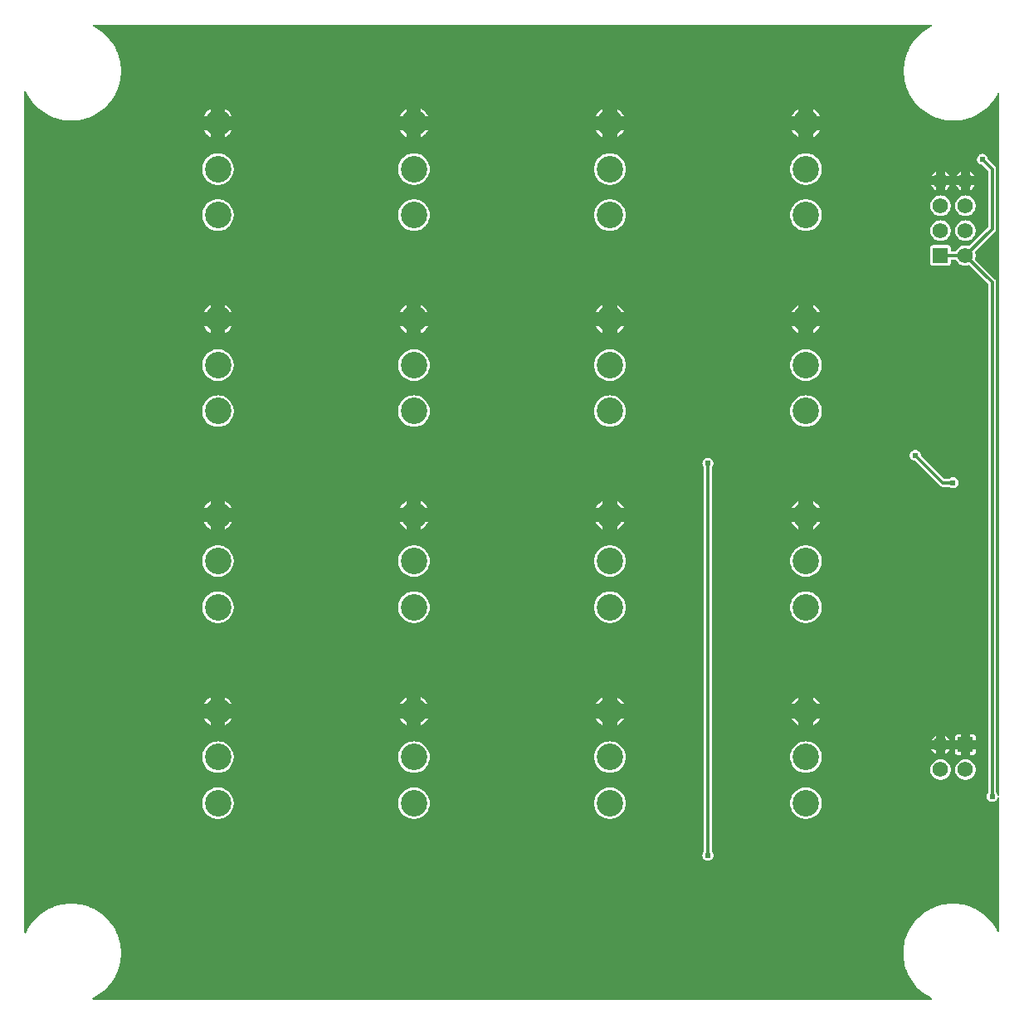
<source format=gtl>
G04 Layer: TopLayer*
G04 EasyEDA v6.5.20, 2023-08-27 05:19:39*
G04 a67cddfb3fce44daa9051d46cbbcc19f,10*
G04 Gerber Generator version 0.2*
G04 Scale: 100 percent, Rotated: No, Reflected: No *
G04 Dimensions in millimeters *
G04 leading zeros omitted , absolute positions ,4 integer and 5 decimal *
%FSLAX45Y45*%
%MOMM*%

%AMMACRO1*21,1,$1,$2,0,0,$3*%
%ADD10C,0.3000*%
%ADD11C,2.7000*%
%ADD12MACRO1,1.5748X1.5748X-90.0000*%
%ADD13C,1.5748*%
%ADD14MACRO1,1.5748X1.5748X90.0000*%
%ADD15C,0.6096*%
%ADD16C,0.6100*%
%ADD17C,0.0159*%

%LPD*%
G36*
X731012Y25908D02*
G01*
X727202Y26670D01*
X723950Y28803D01*
X721715Y32004D01*
X720852Y35814D01*
X721563Y39674D01*
X723595Y43027D01*
X726795Y45313D01*
X730402Y46939D01*
X757834Y61722D01*
X784301Y78130D01*
X809701Y96164D01*
X833932Y115722D01*
X856945Y136702D01*
X878586Y159105D01*
X898855Y182778D01*
X917549Y207670D01*
X934719Y233629D01*
X950264Y260654D01*
X964133Y288544D01*
X976223Y317246D01*
X986485Y346659D01*
X994968Y376631D01*
X1001572Y407060D01*
X1006297Y437845D01*
X1009091Y468884D01*
X1010005Y499973D01*
X1009091Y531114D01*
X1006297Y562152D01*
X1001572Y592937D01*
X994968Y623366D01*
X986485Y653338D01*
X976223Y682752D01*
X964133Y711454D01*
X950264Y739343D01*
X934719Y766368D01*
X917549Y792327D01*
X898855Y817219D01*
X878586Y840892D01*
X856945Y863295D01*
X833932Y884275D01*
X809701Y903833D01*
X784301Y921867D01*
X757834Y938276D01*
X730402Y953058D01*
X702106Y966063D01*
X673049Y977341D01*
X643382Y986790D01*
X613206Y994410D01*
X582574Y1000150D01*
X551637Y1003960D01*
X520547Y1005890D01*
X489407Y1005890D01*
X458317Y1003960D01*
X427431Y1000150D01*
X396798Y994410D01*
X366623Y986790D01*
X336956Y977341D01*
X307898Y966063D01*
X279603Y953058D01*
X252171Y938276D01*
X225704Y921867D01*
X200304Y903833D01*
X176072Y884275D01*
X153060Y863295D01*
X131419Y840892D01*
X111150Y817219D01*
X92405Y792327D01*
X75234Y766368D01*
X59740Y739343D01*
X45872Y711454D01*
X43230Y707085D01*
X39928Y704900D01*
X36017Y704138D01*
X32156Y704951D01*
X28854Y707136D01*
X26670Y710438D01*
X25908Y714298D01*
X25908Y9285681D01*
X26670Y9289542D01*
X28854Y9292844D01*
X32156Y9295028D01*
X36017Y9295841D01*
X39928Y9295079D01*
X43230Y9292894D01*
X45872Y9288526D01*
X59740Y9260636D01*
X75234Y9233611D01*
X92405Y9207652D01*
X111150Y9182760D01*
X131419Y9159087D01*
X153060Y9136684D01*
X176072Y9115704D01*
X200304Y9096146D01*
X225704Y9078112D01*
X252171Y9061704D01*
X279603Y9046921D01*
X307898Y9033916D01*
X336956Y9022638D01*
X366623Y9013190D01*
X396798Y9005570D01*
X427431Y8999829D01*
X458317Y8996019D01*
X489407Y8994089D01*
X520547Y8994089D01*
X551637Y8996019D01*
X582574Y8999829D01*
X613206Y9005570D01*
X643382Y9013190D01*
X673049Y9022638D01*
X702106Y9033916D01*
X730402Y9046921D01*
X757834Y9061704D01*
X784301Y9078112D01*
X809701Y9096146D01*
X833932Y9115704D01*
X856945Y9136684D01*
X878586Y9159087D01*
X898855Y9182760D01*
X917549Y9207652D01*
X934719Y9233611D01*
X950264Y9260636D01*
X964133Y9288526D01*
X976223Y9317228D01*
X986485Y9346641D01*
X994968Y9376613D01*
X1001572Y9407042D01*
X1006297Y9437827D01*
X1009091Y9468866D01*
X1010005Y9499955D01*
X1009091Y9531096D01*
X1006297Y9562134D01*
X1001572Y9592919D01*
X994968Y9623348D01*
X986485Y9653320D01*
X976223Y9682734D01*
X964133Y9711436D01*
X950264Y9739325D01*
X934719Y9766350D01*
X917549Y9792309D01*
X898855Y9817201D01*
X878586Y9840874D01*
X856945Y9863277D01*
X833932Y9884257D01*
X809701Y9903815D01*
X784301Y9921849D01*
X757834Y9938258D01*
X730402Y9953040D01*
X726795Y9954666D01*
X723595Y9956952D01*
X721563Y9960305D01*
X720852Y9964115D01*
X721715Y9967976D01*
X723950Y9971176D01*
X727202Y9973310D01*
X731012Y9974072D01*
X9278975Y9974072D01*
X9282785Y9973310D01*
X9286036Y9971176D01*
X9288272Y9967976D01*
X9289084Y9964115D01*
X9288424Y9960305D01*
X9286392Y9956952D01*
X9283192Y9954666D01*
X9279585Y9953040D01*
X9252153Y9938258D01*
X9225686Y9921849D01*
X9200286Y9903815D01*
X9176054Y9884257D01*
X9153042Y9863277D01*
X9131401Y9840874D01*
X9111132Y9817201D01*
X9092387Y9792309D01*
X9075216Y9766350D01*
X9059722Y9739325D01*
X9045854Y9711436D01*
X9033764Y9682734D01*
X9023451Y9653320D01*
X9015018Y9623348D01*
X9008414Y9592919D01*
X9003690Y9562134D01*
X9000896Y9531096D01*
X8999982Y9500006D01*
X9000896Y9468866D01*
X9003690Y9437827D01*
X9008414Y9407042D01*
X9015018Y9376613D01*
X9023451Y9346641D01*
X9033764Y9317228D01*
X9045854Y9288526D01*
X9059722Y9260636D01*
X9075216Y9233611D01*
X9092387Y9207652D01*
X9111132Y9182760D01*
X9131401Y9159087D01*
X9153042Y9136684D01*
X9176054Y9115704D01*
X9200286Y9096146D01*
X9225686Y9078112D01*
X9252153Y9061704D01*
X9279585Y9046921D01*
X9307880Y9033916D01*
X9336938Y9022638D01*
X9366605Y9013190D01*
X9396780Y9005570D01*
X9427413Y8999829D01*
X9458299Y8996019D01*
X9489389Y8994089D01*
X9520529Y8994089D01*
X9551619Y8996019D01*
X9582556Y8999829D01*
X9613188Y9005570D01*
X9643364Y9013190D01*
X9673031Y9022638D01*
X9702088Y9033916D01*
X9730384Y9046921D01*
X9757816Y9061704D01*
X9784283Y9078112D01*
X9809683Y9096146D01*
X9833914Y9115704D01*
X9856927Y9136684D01*
X9878568Y9159087D01*
X9898837Y9182760D01*
X9917531Y9207652D01*
X9934702Y9233611D01*
X9950246Y9260636D01*
X9954818Y9269780D01*
X9957663Y9273286D01*
X9961727Y9275216D01*
X9966248Y9275165D01*
X9970262Y9273184D01*
X9973056Y9269679D01*
X9974072Y9265310D01*
X9974072Y2117547D01*
X9973208Y2113483D01*
X9970820Y2110079D01*
X9967264Y2107946D01*
X9963150Y2107387D01*
X9959187Y2108555D01*
X9955987Y2111197D01*
X9954107Y2114905D01*
X9952939Y2119274D01*
X9948773Y2128164D01*
X9942728Y2136800D01*
X9941356Y2139594D01*
X9940899Y2142642D01*
X9940899Y7345476D01*
X9940036Y7353960D01*
X9937750Y7361631D01*
X9933940Y7368692D01*
X9928555Y7375245D01*
X9728403Y7575397D01*
X9726320Y7578496D01*
X9725456Y7582153D01*
X9725964Y7585862D01*
X9728047Y7591907D01*
X9730689Y7605318D01*
X9731603Y7618984D01*
X9730689Y7632649D01*
X9728047Y7646060D01*
X9726015Y7652054D01*
X9725456Y7655763D01*
X9726320Y7659420D01*
X9728454Y7662519D01*
X9928504Y7862773D01*
X9933889Y7869326D01*
X9937648Y7876387D01*
X9939985Y7884058D01*
X9940798Y7892542D01*
X9940798Y8499551D01*
X9939985Y8508034D01*
X9937648Y8515705D01*
X9933889Y8522766D01*
X9928453Y8529320D01*
X9858806Y8599017D01*
X9856774Y8601913D01*
X9855860Y8605316D01*
X9855454Y8609787D01*
X9852914Y8619236D01*
X9848799Y8628176D01*
X9843160Y8636203D01*
X9836200Y8643162D01*
X9828174Y8648801D01*
X9819233Y8652916D01*
X9809784Y8655456D01*
X9799980Y8656320D01*
X9790176Y8655456D01*
X9780727Y8652916D01*
X9771786Y8648801D01*
X9763760Y8643162D01*
X9756800Y8636203D01*
X9751161Y8628176D01*
X9747046Y8619236D01*
X9744506Y8609787D01*
X9743643Y8599982D01*
X9744506Y8590178D01*
X9747046Y8580729D01*
X9751161Y8571788D01*
X9756800Y8563762D01*
X9763760Y8556802D01*
X9771786Y8551164D01*
X9780727Y8547049D01*
X9790176Y8544509D01*
X9794646Y8544102D01*
X9798050Y8543188D01*
X9800945Y8541156D01*
X9856012Y8486089D01*
X9858197Y8482787D01*
X9859010Y8478926D01*
X9859010Y7913166D01*
X9858197Y7909306D01*
X9856012Y7906003D01*
X9670592Y7720431D01*
X9667544Y7718298D01*
X9663887Y7717434D01*
X9660178Y7717993D01*
X9654082Y7720025D01*
X9640620Y7722717D01*
X9627006Y7723631D01*
X9613341Y7722717D01*
X9599879Y7720025D01*
X9586925Y7715656D01*
X9574682Y7709611D01*
X9563303Y7701991D01*
X9552990Y7692948D01*
X9543999Y7682687D01*
X9536379Y7671308D01*
X9533534Y7665567D01*
X9531299Y7662570D01*
X9528098Y7660589D01*
X9524441Y7659878D01*
X9487814Y7659878D01*
X9483902Y7660640D01*
X9480600Y7662875D01*
X9478416Y7666177D01*
X9477654Y7670038D01*
X9477654Y7697165D01*
X9476892Y7703464D01*
X9475012Y7708950D01*
X9471914Y7713827D01*
X9467850Y7717942D01*
X9462922Y7720990D01*
X9457486Y7722920D01*
X9451136Y7723631D01*
X9294825Y7723631D01*
X9288475Y7722920D01*
X9283039Y7720990D01*
X9278112Y7717942D01*
X9274048Y7713827D01*
X9270949Y7708950D01*
X9269069Y7703464D01*
X9268358Y7697165D01*
X9268358Y7540802D01*
X9269069Y7534503D01*
X9270949Y7529017D01*
X9274048Y7524140D01*
X9278112Y7520025D01*
X9283039Y7516977D01*
X9288475Y7515047D01*
X9294825Y7514336D01*
X9451136Y7514336D01*
X9457486Y7515047D01*
X9462922Y7516977D01*
X9467850Y7520025D01*
X9471914Y7524140D01*
X9475012Y7529017D01*
X9476892Y7534503D01*
X9477654Y7540802D01*
X9477654Y7567930D01*
X9478416Y7571790D01*
X9480600Y7575092D01*
X9483902Y7577277D01*
X9487814Y7578090D01*
X9524441Y7578090D01*
X9528098Y7577378D01*
X9531299Y7575397D01*
X9533534Y7572400D01*
X9536379Y7566659D01*
X9543999Y7555280D01*
X9552990Y7545019D01*
X9563303Y7535976D01*
X9574682Y7528356D01*
X9586925Y7522311D01*
X9599879Y7517942D01*
X9613341Y7515250D01*
X9627006Y7514336D01*
X9640620Y7515250D01*
X9654082Y7517942D01*
X9660128Y7519974D01*
X9663836Y7520533D01*
X9667494Y7519670D01*
X9670592Y7517536D01*
X9856114Y7332014D01*
X9858298Y7328712D01*
X9859060Y7324852D01*
X9859060Y2142642D01*
X9858603Y2139594D01*
X9857232Y2136800D01*
X9851186Y2128164D01*
X9847021Y2119274D01*
X9844481Y2109774D01*
X9843617Y2099970D01*
X9844481Y2090216D01*
X9847021Y2080717D01*
X9851186Y2071827D01*
X9856825Y2063750D01*
X9863734Y2056841D01*
X9871811Y2051202D01*
X9880701Y2047036D01*
X9890201Y2044496D01*
X9900005Y2043633D01*
X9909759Y2044496D01*
X9919258Y2047036D01*
X9928148Y2051202D01*
X9936226Y2056841D01*
X9943134Y2063750D01*
X9948773Y2071827D01*
X9952939Y2080717D01*
X9954107Y2085086D01*
X9955987Y2088794D01*
X9959187Y2091436D01*
X9963150Y2092604D01*
X9967264Y2092045D01*
X9970820Y2089912D01*
X9973208Y2086508D01*
X9974072Y2082444D01*
X9974072Y724611D01*
X9973056Y720191D01*
X9970262Y716686D01*
X9966248Y714705D01*
X9961727Y714705D01*
X9957663Y716584D01*
X9954818Y720090D01*
X9945268Y739343D01*
X9929723Y766368D01*
X9912553Y792327D01*
X9893808Y817219D01*
X9873589Y840892D01*
X9851898Y863295D01*
X9828936Y884275D01*
X9804704Y903833D01*
X9779254Y921867D01*
X9752787Y938276D01*
X9725355Y953058D01*
X9697110Y966063D01*
X9668052Y977341D01*
X9638385Y986790D01*
X9608159Y994410D01*
X9577527Y1000150D01*
X9546640Y1003960D01*
X9515551Y1005890D01*
X9484410Y1005890D01*
X9453321Y1003960D01*
X9422384Y1000150D01*
X9391802Y994410D01*
X9361576Y986790D01*
X9331909Y977341D01*
X9302851Y966063D01*
X9274606Y953058D01*
X9247174Y938276D01*
X9220708Y921867D01*
X9195257Y903833D01*
X9171025Y884275D01*
X9148013Y863295D01*
X9126372Y840892D01*
X9106154Y817219D01*
X9087408Y792327D01*
X9070238Y766368D01*
X9054693Y739343D01*
X9040876Y711454D01*
X9028785Y682752D01*
X9018473Y653338D01*
X9009989Y623366D01*
X9003385Y592937D01*
X8998661Y562152D01*
X8995867Y531114D01*
X8995003Y500024D01*
X8995867Y468884D01*
X8998661Y437845D01*
X9003385Y407060D01*
X9009989Y376631D01*
X9018473Y346659D01*
X9028785Y317246D01*
X9040876Y288544D01*
X9054693Y260654D01*
X9070238Y233629D01*
X9087408Y207670D01*
X9106154Y182778D01*
X9126372Y159105D01*
X9148013Y136702D01*
X9171025Y115722D01*
X9195257Y96164D01*
X9220708Y78130D01*
X9247174Y61722D01*
X9274606Y46939D01*
X9278213Y45313D01*
X9281363Y43027D01*
X9283446Y39674D01*
X9284106Y35814D01*
X9283293Y32004D01*
X9281058Y28803D01*
X9277807Y26670D01*
X9273946Y25908D01*
G37*

%LPC*%
G36*
X4073855Y9043822D02*
G01*
X4142841Y9043822D01*
X4142130Y9045346D01*
X4133138Y9060281D01*
X4122623Y9074150D01*
X4110634Y9086799D01*
X4097375Y9098076D01*
X4082948Y9107830D01*
X4073855Y9112656D01*
G37*
G36*
X1857146Y9043822D02*
G01*
X1926132Y9043822D01*
X1926132Y9112656D01*
X1917039Y9107830D01*
X1902612Y9098076D01*
X1889353Y9086799D01*
X1877364Y9074150D01*
X1866849Y9060281D01*
X1857857Y9045346D01*
G37*
G36*
X6999986Y1443532D02*
G01*
X7009790Y1444396D01*
X7019239Y1446936D01*
X7028180Y1451051D01*
X7036206Y1456690D01*
X7043166Y1463649D01*
X7048804Y1471676D01*
X7052919Y1480616D01*
X7055459Y1490065D01*
X7056323Y1499870D01*
X7055459Y1509674D01*
X7052919Y1519123D01*
X7048804Y1528064D01*
X7042708Y1536700D01*
X7041388Y1539443D01*
X7040880Y1542542D01*
X7040880Y5457342D01*
X7041388Y5460390D01*
X7042708Y5463184D01*
X7048804Y5471820D01*
X7052919Y5480710D01*
X7055459Y5490210D01*
X7056323Y5499963D01*
X7055459Y5509768D01*
X7052919Y5519267D01*
X7048804Y5528157D01*
X7043166Y5536234D01*
X7036206Y5543143D01*
X7028180Y5548782D01*
X7019239Y5552948D01*
X7009790Y5555488D01*
X6999986Y5556351D01*
X6990181Y5555488D01*
X6980732Y5552948D01*
X6971792Y5548782D01*
X6963765Y5543143D01*
X6956806Y5536234D01*
X6951167Y5528157D01*
X6947052Y5519267D01*
X6944512Y5509768D01*
X6943648Y5499963D01*
X6944512Y5490210D01*
X6947052Y5480710D01*
X6951167Y5471820D01*
X6957263Y5463184D01*
X6958584Y5460390D01*
X6959092Y5457342D01*
X6959092Y1542542D01*
X6958584Y1539443D01*
X6957263Y1536700D01*
X6951167Y1528064D01*
X6947052Y1519123D01*
X6944512Y1509674D01*
X6943648Y1499870D01*
X6944512Y1490065D01*
X6947052Y1480616D01*
X6951167Y1471676D01*
X6956806Y1463649D01*
X6963765Y1456690D01*
X6971792Y1451051D01*
X6980732Y1446936D01*
X6990181Y1444396D01*
G37*
G36*
X5999988Y1869084D02*
G01*
X6017361Y1870049D01*
X6034582Y1872843D01*
X6051346Y1877517D01*
X6067552Y1883968D01*
X6082944Y1892147D01*
X6097371Y1901901D01*
X6110630Y1913178D01*
X6122619Y1925828D01*
X6133134Y1939696D01*
X6142126Y1954631D01*
X6149441Y1970430D01*
X6155029Y1986940D01*
X6158738Y2003958D01*
X6160617Y2021281D01*
X6160617Y2038705D01*
X6158738Y2056028D01*
X6155029Y2073046D01*
X6149441Y2089556D01*
X6142126Y2105355D01*
X6133134Y2120290D01*
X6122619Y2134158D01*
X6110630Y2146808D01*
X6097371Y2158085D01*
X6082944Y2167839D01*
X6067552Y2176018D01*
X6051346Y2182469D01*
X6034582Y2187143D01*
X6017361Y2189937D01*
X5999988Y2190902D01*
X5982563Y2189937D01*
X5965393Y2187143D01*
X5948629Y2182469D01*
X5932424Y2176018D01*
X5917031Y2167839D01*
X5902604Y2158085D01*
X5889345Y2146808D01*
X5877356Y2134158D01*
X5866790Y2120290D01*
X5857849Y2105355D01*
X5850534Y2089556D01*
X5844946Y2073046D01*
X5841187Y2056028D01*
X5839307Y2038705D01*
X5839307Y2021281D01*
X5841187Y2003958D01*
X5844946Y1986940D01*
X5850534Y1970430D01*
X5857849Y1954631D01*
X5866790Y1939696D01*
X5877356Y1925828D01*
X5889345Y1913178D01*
X5902604Y1901901D01*
X5917031Y1892147D01*
X5932424Y1883968D01*
X5948629Y1877517D01*
X5965393Y1872843D01*
X5982563Y1870049D01*
G37*
G36*
X1999996Y1869084D02*
G01*
X2017369Y1870049D01*
X2034590Y1872843D01*
X2051354Y1877517D01*
X2067560Y1883968D01*
X2082952Y1892147D01*
X2097379Y1901901D01*
X2110638Y1913178D01*
X2122627Y1925828D01*
X2133142Y1939696D01*
X2142134Y1954631D01*
X2149449Y1970430D01*
X2155037Y1986940D01*
X2158746Y2003958D01*
X2160625Y2021281D01*
X2160625Y2038705D01*
X2158746Y2056028D01*
X2155037Y2073046D01*
X2149449Y2089556D01*
X2142134Y2105355D01*
X2133142Y2120290D01*
X2122627Y2134158D01*
X2110638Y2146808D01*
X2097379Y2158085D01*
X2082952Y2167839D01*
X2067560Y2176018D01*
X2051354Y2182469D01*
X2034590Y2187143D01*
X2017369Y2189937D01*
X1999996Y2190902D01*
X1982571Y2189937D01*
X1965401Y2187143D01*
X1948637Y2182469D01*
X1932432Y2176018D01*
X1917039Y2167839D01*
X1902612Y2158085D01*
X1889353Y2146808D01*
X1877364Y2134158D01*
X1866798Y2120290D01*
X1857857Y2105355D01*
X1850542Y2089556D01*
X1844954Y2073046D01*
X1841195Y2056028D01*
X1839315Y2038705D01*
X1839315Y2021281D01*
X1841195Y2003958D01*
X1844954Y1986940D01*
X1850542Y1970430D01*
X1857857Y1954631D01*
X1866798Y1939696D01*
X1877364Y1925828D01*
X1889353Y1913178D01*
X1902612Y1901901D01*
X1917039Y1892147D01*
X1932432Y1883968D01*
X1948637Y1877517D01*
X1965401Y1872843D01*
X1982571Y1870049D01*
G37*
G36*
X3999992Y1869084D02*
G01*
X4017365Y1870049D01*
X4034586Y1872843D01*
X4051350Y1877517D01*
X4067556Y1883968D01*
X4082948Y1892147D01*
X4097375Y1901901D01*
X4110634Y1913178D01*
X4122623Y1925828D01*
X4133138Y1939696D01*
X4142130Y1954631D01*
X4149445Y1970430D01*
X4155033Y1986940D01*
X4158742Y2003958D01*
X4160621Y2021281D01*
X4160621Y2038705D01*
X4158742Y2056028D01*
X4155033Y2073046D01*
X4149445Y2089556D01*
X4142130Y2105355D01*
X4133138Y2120290D01*
X4122623Y2134158D01*
X4110634Y2146808D01*
X4097375Y2158085D01*
X4082948Y2167839D01*
X4067556Y2176018D01*
X4051350Y2182469D01*
X4034586Y2187143D01*
X4017365Y2189937D01*
X3999992Y2190902D01*
X3982567Y2189937D01*
X3965397Y2187143D01*
X3948633Y2182469D01*
X3932428Y2176018D01*
X3917035Y2167839D01*
X3902608Y2158085D01*
X3889349Y2146808D01*
X3877360Y2134158D01*
X3866794Y2120290D01*
X3857853Y2105355D01*
X3850538Y2089556D01*
X3844950Y2073046D01*
X3841191Y2056028D01*
X3839311Y2038705D01*
X3839311Y2021281D01*
X3841191Y2003958D01*
X3844950Y1986940D01*
X3850538Y1970430D01*
X3857853Y1954631D01*
X3866794Y1939696D01*
X3877360Y1925828D01*
X3889349Y1913178D01*
X3902608Y1901901D01*
X3917035Y1892147D01*
X3932428Y1883968D01*
X3948633Y1877517D01*
X3965397Y1872843D01*
X3982567Y1870049D01*
G37*
G36*
X7999984Y1869084D02*
G01*
X8017357Y1870049D01*
X8034578Y1872843D01*
X8051342Y1877517D01*
X8067548Y1883968D01*
X8082940Y1892147D01*
X8097367Y1901901D01*
X8110626Y1913178D01*
X8122615Y1925828D01*
X8133130Y1939696D01*
X8142122Y1954631D01*
X8149437Y1970430D01*
X8155025Y1986940D01*
X8158734Y2003958D01*
X8160613Y2021281D01*
X8160613Y2038705D01*
X8158734Y2056028D01*
X8155025Y2073046D01*
X8149437Y2089556D01*
X8142122Y2105355D01*
X8133130Y2120290D01*
X8122615Y2134158D01*
X8110626Y2146808D01*
X8097367Y2158085D01*
X8082940Y2167839D01*
X8067548Y2176018D01*
X8051342Y2182469D01*
X8034578Y2187143D01*
X8017357Y2189937D01*
X7999984Y2190902D01*
X7982559Y2189937D01*
X7965389Y2187143D01*
X7948625Y2182469D01*
X7932420Y2176018D01*
X7917027Y2167839D01*
X7902600Y2158085D01*
X7889341Y2146808D01*
X7877352Y2134158D01*
X7866786Y2120290D01*
X7857845Y2105355D01*
X7850530Y2089556D01*
X7844942Y2073046D01*
X7841183Y2056028D01*
X7839303Y2038705D01*
X7839303Y2021281D01*
X7841183Y2003958D01*
X7844942Y1986940D01*
X7850530Y1970430D01*
X7857845Y1954631D01*
X7866786Y1939696D01*
X7877352Y1925828D01*
X7889341Y1913178D01*
X7902600Y1901901D01*
X7917027Y1892147D01*
X7932420Y1883968D01*
X7948625Y1877517D01*
X7965389Y1872843D01*
X7982559Y1870049D01*
G37*
G36*
X3857142Y9043822D02*
G01*
X3926128Y9043822D01*
X3926128Y9112656D01*
X3917035Y9107830D01*
X3902608Y9098076D01*
X3889349Y9086799D01*
X3877360Y9074150D01*
X3866845Y9060281D01*
X3857853Y9045346D01*
G37*
G36*
X2073859Y9043822D02*
G01*
X2142845Y9043822D01*
X2142134Y9045346D01*
X2133142Y9060281D01*
X2122627Y9074150D01*
X2110638Y9086799D01*
X2097379Y9098076D01*
X2082952Y9107830D01*
X2073859Y9112656D01*
G37*
G36*
X9373006Y2268372D02*
G01*
X9386620Y2269286D01*
X9400082Y2271928D01*
X9413036Y2276348D01*
X9425279Y2282393D01*
X9436658Y2290013D01*
X9446971Y2299004D01*
X9455962Y2309317D01*
X9463582Y2320696D01*
X9469628Y2332939D01*
X9474047Y2345893D01*
X9476689Y2359355D01*
X9477603Y2372969D01*
X9476689Y2386634D01*
X9474047Y2400096D01*
X9469628Y2413050D01*
X9463582Y2425293D01*
X9455962Y2436672D01*
X9446971Y2446985D01*
X9436658Y2455976D01*
X9425279Y2463596D01*
X9413036Y2469642D01*
X9400082Y2474061D01*
X9386620Y2476703D01*
X9373006Y2477617D01*
X9359341Y2476703D01*
X9345879Y2474061D01*
X9332925Y2469642D01*
X9320682Y2463596D01*
X9309303Y2455976D01*
X9298990Y2446985D01*
X9289999Y2436672D01*
X9282379Y2425293D01*
X9276334Y2413050D01*
X9271914Y2400096D01*
X9269272Y2386634D01*
X9268358Y2372969D01*
X9269272Y2359355D01*
X9271914Y2345893D01*
X9276334Y2332939D01*
X9282379Y2320696D01*
X9289999Y2309317D01*
X9298990Y2299004D01*
X9309303Y2290013D01*
X9320682Y2282393D01*
X9332925Y2276348D01*
X9345879Y2271928D01*
X9359341Y2269286D01*
G37*
G36*
X9627006Y2268372D02*
G01*
X9640620Y2269286D01*
X9654082Y2271928D01*
X9667036Y2276348D01*
X9679279Y2282393D01*
X9690658Y2290013D01*
X9700971Y2299004D01*
X9709962Y2309317D01*
X9717582Y2320696D01*
X9723628Y2332939D01*
X9728047Y2345893D01*
X9730689Y2359355D01*
X9731603Y2372969D01*
X9730689Y2386634D01*
X9728047Y2400096D01*
X9723628Y2413050D01*
X9717582Y2425293D01*
X9709962Y2436672D01*
X9700971Y2446985D01*
X9690658Y2455976D01*
X9679279Y2463596D01*
X9667036Y2469642D01*
X9654082Y2474061D01*
X9640620Y2476703D01*
X9627006Y2477617D01*
X9613341Y2476703D01*
X9599879Y2474061D01*
X9586925Y2469642D01*
X9574682Y2463596D01*
X9563303Y2455976D01*
X9552990Y2446985D01*
X9543999Y2436672D01*
X9536379Y2425293D01*
X9530334Y2413050D01*
X9525914Y2400096D01*
X9523272Y2386634D01*
X9522358Y2372969D01*
X9523272Y2359355D01*
X9525914Y2345893D01*
X9530334Y2332939D01*
X9536379Y2320696D01*
X9543999Y2309317D01*
X9552990Y2299004D01*
X9563303Y2290013D01*
X9574682Y2282393D01*
X9586925Y2276348D01*
X9599879Y2271928D01*
X9613341Y2269286D01*
G37*
G36*
X5999988Y2339086D02*
G01*
X6017361Y2340051D01*
X6034582Y2342845D01*
X6051346Y2347518D01*
X6067552Y2353970D01*
X6082944Y2362149D01*
X6097371Y2371902D01*
X6110630Y2383180D01*
X6122619Y2395829D01*
X6133134Y2409698D01*
X6142126Y2424633D01*
X6149441Y2440432D01*
X6155029Y2456942D01*
X6158788Y2473960D01*
X6160668Y2491282D01*
X6160668Y2508707D01*
X6158788Y2526030D01*
X6155029Y2543048D01*
X6149441Y2559558D01*
X6142126Y2575356D01*
X6133134Y2590292D01*
X6122619Y2604160D01*
X6110630Y2616809D01*
X6097371Y2628087D01*
X6082944Y2637840D01*
X6067552Y2646019D01*
X6051346Y2652471D01*
X6034582Y2657144D01*
X6017361Y2659938D01*
X5999988Y2660904D01*
X5982614Y2659938D01*
X5965393Y2657144D01*
X5948629Y2652471D01*
X5932424Y2646019D01*
X5917031Y2637840D01*
X5902604Y2628087D01*
X5889345Y2616809D01*
X5877356Y2604160D01*
X5866841Y2590292D01*
X5857849Y2575356D01*
X5850534Y2559558D01*
X5844946Y2543048D01*
X5841238Y2526030D01*
X5839358Y2508707D01*
X5839358Y2491282D01*
X5841238Y2473960D01*
X5844946Y2456942D01*
X5850534Y2440432D01*
X5857849Y2424633D01*
X5866841Y2409698D01*
X5877356Y2395829D01*
X5889345Y2383180D01*
X5902604Y2371902D01*
X5917031Y2362149D01*
X5932424Y2353970D01*
X5948629Y2347518D01*
X5965393Y2342845D01*
X5982614Y2340051D01*
G37*
G36*
X7999984Y2339086D02*
G01*
X8017357Y2340051D01*
X8034578Y2342845D01*
X8051342Y2347518D01*
X8067548Y2353970D01*
X8082940Y2362149D01*
X8097367Y2371902D01*
X8110626Y2383180D01*
X8122615Y2395829D01*
X8133130Y2409698D01*
X8142122Y2424633D01*
X8149437Y2440432D01*
X8155025Y2456942D01*
X8158784Y2473960D01*
X8160664Y2491282D01*
X8160664Y2508707D01*
X8158784Y2526030D01*
X8155025Y2543048D01*
X8149437Y2559558D01*
X8142122Y2575356D01*
X8133130Y2590292D01*
X8122615Y2604160D01*
X8110626Y2616809D01*
X8097367Y2628087D01*
X8082940Y2637840D01*
X8067548Y2646019D01*
X8051342Y2652471D01*
X8034578Y2657144D01*
X8017357Y2659938D01*
X7999984Y2660904D01*
X7982610Y2659938D01*
X7965389Y2657144D01*
X7948625Y2652471D01*
X7932420Y2646019D01*
X7917027Y2637840D01*
X7902600Y2628087D01*
X7889341Y2616809D01*
X7877352Y2604160D01*
X7866837Y2590292D01*
X7857845Y2575356D01*
X7850530Y2559558D01*
X7844942Y2543048D01*
X7841234Y2526030D01*
X7839354Y2508707D01*
X7839354Y2491282D01*
X7841234Y2473960D01*
X7844942Y2456942D01*
X7850530Y2440432D01*
X7857845Y2424633D01*
X7866837Y2409698D01*
X7877352Y2395829D01*
X7889341Y2383180D01*
X7902600Y2371902D01*
X7917027Y2362149D01*
X7932420Y2353970D01*
X7948625Y2347518D01*
X7965389Y2342845D01*
X7982610Y2340051D01*
G37*
G36*
X1999996Y2339086D02*
G01*
X2017369Y2340051D01*
X2034590Y2342845D01*
X2051354Y2347518D01*
X2067560Y2353970D01*
X2082952Y2362149D01*
X2097379Y2371902D01*
X2110638Y2383180D01*
X2122627Y2395829D01*
X2133142Y2409698D01*
X2142134Y2424633D01*
X2149449Y2440432D01*
X2155037Y2456942D01*
X2158796Y2473960D01*
X2160676Y2491282D01*
X2160676Y2508707D01*
X2158796Y2526030D01*
X2155037Y2543048D01*
X2149449Y2559558D01*
X2142134Y2575356D01*
X2133142Y2590292D01*
X2122627Y2604160D01*
X2110638Y2616809D01*
X2097379Y2628087D01*
X2082952Y2637840D01*
X2067560Y2646019D01*
X2051354Y2652471D01*
X2034590Y2657144D01*
X2017369Y2659938D01*
X1999996Y2660904D01*
X1982622Y2659938D01*
X1965401Y2657144D01*
X1948637Y2652471D01*
X1932432Y2646019D01*
X1917039Y2637840D01*
X1902612Y2628087D01*
X1889353Y2616809D01*
X1877364Y2604160D01*
X1866849Y2590292D01*
X1857857Y2575356D01*
X1850542Y2559558D01*
X1844954Y2543048D01*
X1841246Y2526030D01*
X1839366Y2508707D01*
X1839366Y2491282D01*
X1841246Y2473960D01*
X1844954Y2456942D01*
X1850542Y2440432D01*
X1857857Y2424633D01*
X1866849Y2409698D01*
X1877364Y2395829D01*
X1889353Y2383180D01*
X1902612Y2371902D01*
X1917039Y2362149D01*
X1932432Y2353970D01*
X1948637Y2347518D01*
X1965401Y2342845D01*
X1982622Y2340051D01*
G37*
G36*
X3999992Y2339086D02*
G01*
X4017365Y2340051D01*
X4034586Y2342845D01*
X4051350Y2347518D01*
X4067556Y2353970D01*
X4082948Y2362149D01*
X4097375Y2371902D01*
X4110634Y2383180D01*
X4122623Y2395829D01*
X4133138Y2409698D01*
X4142130Y2424633D01*
X4149445Y2440432D01*
X4155033Y2456942D01*
X4158792Y2473960D01*
X4160672Y2491282D01*
X4160672Y2508707D01*
X4158792Y2526030D01*
X4155033Y2543048D01*
X4149445Y2559558D01*
X4142130Y2575356D01*
X4133138Y2590292D01*
X4122623Y2604160D01*
X4110634Y2616809D01*
X4097375Y2628087D01*
X4082948Y2637840D01*
X4067556Y2646019D01*
X4051350Y2652471D01*
X4034586Y2657144D01*
X4017365Y2659938D01*
X3999992Y2660904D01*
X3982618Y2659938D01*
X3965397Y2657144D01*
X3948633Y2652471D01*
X3932428Y2646019D01*
X3917035Y2637840D01*
X3902608Y2628087D01*
X3889349Y2616809D01*
X3877360Y2604160D01*
X3866845Y2590292D01*
X3857853Y2575356D01*
X3850538Y2559558D01*
X3844950Y2543048D01*
X3841242Y2526030D01*
X3839362Y2508707D01*
X3839362Y2491282D01*
X3841242Y2473960D01*
X3844950Y2456942D01*
X3850538Y2440432D01*
X3857853Y2424633D01*
X3866845Y2409698D01*
X3877360Y2395829D01*
X3889349Y2383180D01*
X3902608Y2371902D01*
X3917035Y2362149D01*
X3932428Y2353970D01*
X3948633Y2347518D01*
X3965397Y2342845D01*
X3982618Y2340051D01*
G37*
G36*
X9672726Y2522321D02*
G01*
X9705136Y2522321D01*
X9711486Y2523083D01*
X9716922Y2524963D01*
X9721850Y2528062D01*
X9725914Y2532126D01*
X9729012Y2537053D01*
X9730892Y2542489D01*
X9731654Y2548839D01*
X9731654Y2581249D01*
X9672726Y2581249D01*
G37*
G36*
X9548825Y2522321D02*
G01*
X9581286Y2522321D01*
X9581286Y2581249D01*
X9522358Y2581249D01*
X9522358Y2548839D01*
X9523069Y2542489D01*
X9524949Y2537053D01*
X9528048Y2532126D01*
X9532112Y2528062D01*
X9537039Y2524963D01*
X9542475Y2523083D01*
G37*
G36*
X9418726Y2533142D02*
G01*
X9425279Y2536393D01*
X9436658Y2544013D01*
X9446971Y2553004D01*
X9455962Y2563317D01*
X9463582Y2574696D01*
X9466834Y2581249D01*
X9418726Y2581249D01*
G37*
G36*
X9327286Y2533142D02*
G01*
X9327286Y2581249D01*
X9279128Y2581249D01*
X9282379Y2574696D01*
X9289999Y2563317D01*
X9298990Y2553004D01*
X9309303Y2544013D01*
X9320682Y2536393D01*
G37*
G36*
X9279128Y2672689D02*
G01*
X9327286Y2672689D01*
X9327286Y2720848D01*
X9320682Y2717596D01*
X9309303Y2709976D01*
X9298990Y2700985D01*
X9289999Y2690672D01*
X9282379Y2679293D01*
G37*
G36*
X9418726Y2672689D02*
G01*
X9466834Y2672689D01*
X9463582Y2679293D01*
X9455962Y2690672D01*
X9446971Y2700985D01*
X9436658Y2709976D01*
X9425279Y2717596D01*
X9418726Y2720848D01*
G37*
G36*
X9522358Y2672689D02*
G01*
X9581286Y2672689D01*
X9581286Y2731617D01*
X9548825Y2731617D01*
X9542475Y2730906D01*
X9537039Y2729026D01*
X9532112Y2725928D01*
X9528048Y2721864D01*
X9524949Y2716936D01*
X9523069Y2711500D01*
X9522358Y2705150D01*
G37*
G36*
X9672726Y2672689D02*
G01*
X9731654Y2672689D01*
X9731654Y2705150D01*
X9730892Y2711500D01*
X9729012Y2716936D01*
X9725914Y2721864D01*
X9721850Y2725928D01*
X9716922Y2729026D01*
X9711486Y2730906D01*
X9705136Y2731617D01*
X9672726Y2731617D01*
G37*
G36*
X4073855Y2827324D02*
G01*
X4082948Y2832150D01*
X4097375Y2841904D01*
X4110634Y2853182D01*
X4122623Y2865831D01*
X4133138Y2879699D01*
X4142130Y2894634D01*
X4142841Y2896158D01*
X4073855Y2896158D01*
G37*
G36*
X5926124Y2827324D02*
G01*
X5926124Y2896158D01*
X5857138Y2896158D01*
X5857849Y2894634D01*
X5866841Y2879699D01*
X5877356Y2865831D01*
X5889345Y2853182D01*
X5902604Y2841904D01*
X5917031Y2832150D01*
G37*
G36*
X7926120Y2827324D02*
G01*
X7926120Y2896158D01*
X7857134Y2896158D01*
X7857845Y2894634D01*
X7866837Y2879699D01*
X7877352Y2865831D01*
X7889341Y2853182D01*
X7902600Y2841904D01*
X7917027Y2832150D01*
G37*
G36*
X6073851Y2827324D02*
G01*
X6082944Y2832150D01*
X6097371Y2841904D01*
X6110630Y2853182D01*
X6122619Y2865831D01*
X6133134Y2879699D01*
X6142126Y2894634D01*
X6142837Y2896158D01*
X6073851Y2896158D01*
G37*
G36*
X3926128Y2827324D02*
G01*
X3926128Y2896158D01*
X3857142Y2896158D01*
X3857853Y2894634D01*
X3866845Y2879699D01*
X3877360Y2865831D01*
X3889349Y2853182D01*
X3902608Y2841904D01*
X3917035Y2832150D01*
G37*
G36*
X8073847Y2827324D02*
G01*
X8082940Y2832150D01*
X8097367Y2841904D01*
X8110626Y2853182D01*
X8122615Y2865831D01*
X8133130Y2879699D01*
X8142122Y2894634D01*
X8142833Y2896158D01*
X8073847Y2896158D01*
G37*
G36*
X2073859Y2827324D02*
G01*
X2082952Y2832150D01*
X2097379Y2841904D01*
X2110638Y2853182D01*
X2122627Y2865831D01*
X2133142Y2879699D01*
X2142134Y2894634D01*
X2142845Y2896158D01*
X2073859Y2896158D01*
G37*
G36*
X1926132Y2827324D02*
G01*
X1926132Y2896158D01*
X1857146Y2896158D01*
X1857857Y2894634D01*
X1866849Y2879699D01*
X1877364Y2865831D01*
X1889353Y2853182D01*
X1902612Y2841904D01*
X1917039Y2832150D01*
G37*
G36*
X4073855Y3043834D02*
G01*
X4142841Y3043834D01*
X4142130Y3045358D01*
X4133138Y3060293D01*
X4122623Y3074162D01*
X4110634Y3086811D01*
X4097375Y3098088D01*
X4082948Y3107842D01*
X4073855Y3112668D01*
G37*
G36*
X5857138Y3043834D02*
G01*
X5926124Y3043834D01*
X5926124Y3112668D01*
X5917031Y3107842D01*
X5902604Y3098088D01*
X5889345Y3086811D01*
X5877356Y3074162D01*
X5866841Y3060293D01*
X5857849Y3045358D01*
G37*
G36*
X6073851Y3043834D02*
G01*
X6142837Y3043834D01*
X6142126Y3045358D01*
X6133134Y3060293D01*
X6122619Y3074162D01*
X6110630Y3086811D01*
X6097371Y3098088D01*
X6082944Y3107842D01*
X6073851Y3112668D01*
G37*
G36*
X7857134Y3043834D02*
G01*
X7926120Y3043834D01*
X7926120Y3112668D01*
X7917027Y3107842D01*
X7902600Y3098088D01*
X7889341Y3086811D01*
X7877352Y3074162D01*
X7866837Y3060293D01*
X7857845Y3045358D01*
G37*
G36*
X3857142Y3043834D02*
G01*
X3926128Y3043834D01*
X3926128Y3112668D01*
X3917035Y3107842D01*
X3902608Y3098088D01*
X3889349Y3086811D01*
X3877360Y3074162D01*
X3866845Y3060293D01*
X3857853Y3045358D01*
G37*
G36*
X8073847Y3043834D02*
G01*
X8142833Y3043834D01*
X8142122Y3045358D01*
X8133130Y3060293D01*
X8122615Y3074162D01*
X8110626Y3086811D01*
X8097367Y3098088D01*
X8082940Y3107842D01*
X8073847Y3112668D01*
G37*
G36*
X2073859Y3043834D02*
G01*
X2142845Y3043834D01*
X2142134Y3045358D01*
X2133142Y3060293D01*
X2122627Y3074162D01*
X2110638Y3086811D01*
X2097379Y3098088D01*
X2082952Y3107842D01*
X2073859Y3112668D01*
G37*
G36*
X1857146Y3043834D02*
G01*
X1926132Y3043834D01*
X1926132Y3112668D01*
X1917039Y3107842D01*
X1902612Y3098088D01*
X1889353Y3086811D01*
X1877364Y3074162D01*
X1866849Y3060293D01*
X1857857Y3045358D01*
G37*
G36*
X7999984Y3869080D02*
G01*
X8017357Y3870045D01*
X8034578Y3872839D01*
X8051342Y3877513D01*
X8067548Y3883964D01*
X8082940Y3892143D01*
X8097367Y3901897D01*
X8110626Y3913174D01*
X8122615Y3925824D01*
X8133130Y3939692D01*
X8142122Y3954627D01*
X8149437Y3970426D01*
X8155025Y3986936D01*
X8158734Y4003954D01*
X8160613Y4021277D01*
X8160613Y4038701D01*
X8158734Y4056024D01*
X8155025Y4073042D01*
X8149437Y4089552D01*
X8142122Y4105351D01*
X8133130Y4120286D01*
X8122615Y4134154D01*
X8110626Y4146804D01*
X8097367Y4158081D01*
X8082940Y4167835D01*
X8067548Y4176014D01*
X8051342Y4182465D01*
X8034578Y4187139D01*
X8017357Y4189933D01*
X7999984Y4190898D01*
X7982559Y4189933D01*
X7965389Y4187139D01*
X7948625Y4182465D01*
X7932420Y4176014D01*
X7917027Y4167835D01*
X7902600Y4158081D01*
X7889341Y4146804D01*
X7877352Y4134154D01*
X7866786Y4120286D01*
X7857845Y4105351D01*
X7850530Y4089552D01*
X7844942Y4073042D01*
X7841183Y4056024D01*
X7839303Y4038701D01*
X7839303Y4021277D01*
X7841183Y4003954D01*
X7844942Y3986936D01*
X7850530Y3970426D01*
X7857845Y3954627D01*
X7866786Y3939692D01*
X7877352Y3925824D01*
X7889341Y3913174D01*
X7902600Y3901897D01*
X7917027Y3892143D01*
X7932420Y3883964D01*
X7948625Y3877513D01*
X7965389Y3872839D01*
X7982559Y3870045D01*
G37*
G36*
X1999996Y3869080D02*
G01*
X2017369Y3870045D01*
X2034590Y3872839D01*
X2051354Y3877513D01*
X2067560Y3883964D01*
X2082952Y3892143D01*
X2097379Y3901897D01*
X2110638Y3913174D01*
X2122627Y3925824D01*
X2133142Y3939692D01*
X2142134Y3954627D01*
X2149449Y3970426D01*
X2155037Y3986936D01*
X2158746Y4003954D01*
X2160625Y4021277D01*
X2160625Y4038701D01*
X2158746Y4056024D01*
X2155037Y4073042D01*
X2149449Y4089552D01*
X2142134Y4105351D01*
X2133142Y4120286D01*
X2122627Y4134154D01*
X2110638Y4146804D01*
X2097379Y4158081D01*
X2082952Y4167835D01*
X2067560Y4176014D01*
X2051354Y4182465D01*
X2034590Y4187139D01*
X2017369Y4189933D01*
X1999996Y4190898D01*
X1982571Y4189933D01*
X1965401Y4187139D01*
X1948637Y4182465D01*
X1932432Y4176014D01*
X1917039Y4167835D01*
X1902612Y4158081D01*
X1889353Y4146804D01*
X1877364Y4134154D01*
X1866798Y4120286D01*
X1857857Y4105351D01*
X1850542Y4089552D01*
X1844954Y4073042D01*
X1841195Y4056024D01*
X1839315Y4038701D01*
X1839315Y4021277D01*
X1841195Y4003954D01*
X1844954Y3986936D01*
X1850542Y3970426D01*
X1857857Y3954627D01*
X1866798Y3939692D01*
X1877364Y3925824D01*
X1889353Y3913174D01*
X1902612Y3901897D01*
X1917039Y3892143D01*
X1932432Y3883964D01*
X1948637Y3877513D01*
X1965401Y3872839D01*
X1982571Y3870045D01*
G37*
G36*
X5999988Y3869080D02*
G01*
X6017361Y3870045D01*
X6034582Y3872839D01*
X6051346Y3877513D01*
X6067552Y3883964D01*
X6082944Y3892143D01*
X6097371Y3901897D01*
X6110630Y3913174D01*
X6122619Y3925824D01*
X6133134Y3939692D01*
X6142126Y3954627D01*
X6149441Y3970426D01*
X6155029Y3986936D01*
X6158738Y4003954D01*
X6160617Y4021277D01*
X6160617Y4038701D01*
X6158738Y4056024D01*
X6155029Y4073042D01*
X6149441Y4089552D01*
X6142126Y4105351D01*
X6133134Y4120286D01*
X6122619Y4134154D01*
X6110630Y4146804D01*
X6097371Y4158081D01*
X6082944Y4167835D01*
X6067552Y4176014D01*
X6051346Y4182465D01*
X6034582Y4187139D01*
X6017361Y4189933D01*
X5999988Y4190898D01*
X5982563Y4189933D01*
X5965393Y4187139D01*
X5948629Y4182465D01*
X5932424Y4176014D01*
X5917031Y4167835D01*
X5902604Y4158081D01*
X5889345Y4146804D01*
X5877356Y4134154D01*
X5866790Y4120286D01*
X5857849Y4105351D01*
X5850534Y4089552D01*
X5844946Y4073042D01*
X5841187Y4056024D01*
X5839307Y4038701D01*
X5839307Y4021277D01*
X5841187Y4003954D01*
X5844946Y3986936D01*
X5850534Y3970426D01*
X5857849Y3954627D01*
X5866790Y3939692D01*
X5877356Y3925824D01*
X5889345Y3913174D01*
X5902604Y3901897D01*
X5917031Y3892143D01*
X5932424Y3883964D01*
X5948629Y3877513D01*
X5965393Y3872839D01*
X5982563Y3870045D01*
G37*
G36*
X3999992Y3869080D02*
G01*
X4017365Y3870045D01*
X4034586Y3872839D01*
X4051350Y3877513D01*
X4067556Y3883964D01*
X4082948Y3892143D01*
X4097375Y3901897D01*
X4110634Y3913174D01*
X4122623Y3925824D01*
X4133138Y3939692D01*
X4142130Y3954627D01*
X4149445Y3970426D01*
X4155033Y3986936D01*
X4158742Y4003954D01*
X4160621Y4021277D01*
X4160621Y4038701D01*
X4158742Y4056024D01*
X4155033Y4073042D01*
X4149445Y4089552D01*
X4142130Y4105351D01*
X4133138Y4120286D01*
X4122623Y4134154D01*
X4110634Y4146804D01*
X4097375Y4158081D01*
X4082948Y4167835D01*
X4067556Y4176014D01*
X4051350Y4182465D01*
X4034586Y4187139D01*
X4017365Y4189933D01*
X3999992Y4190898D01*
X3982567Y4189933D01*
X3965397Y4187139D01*
X3948633Y4182465D01*
X3932428Y4176014D01*
X3917035Y4167835D01*
X3902608Y4158081D01*
X3889349Y4146804D01*
X3877360Y4134154D01*
X3866794Y4120286D01*
X3857853Y4105351D01*
X3850538Y4089552D01*
X3844950Y4073042D01*
X3841191Y4056024D01*
X3839311Y4038701D01*
X3839311Y4021277D01*
X3841191Y4003954D01*
X3844950Y3986936D01*
X3850538Y3970426D01*
X3857853Y3954627D01*
X3866794Y3939692D01*
X3877360Y3925824D01*
X3889349Y3913174D01*
X3902608Y3901897D01*
X3917035Y3892143D01*
X3932428Y3883964D01*
X3948633Y3877513D01*
X3965397Y3872839D01*
X3982567Y3870045D01*
G37*
G36*
X1999996Y4339082D02*
G01*
X2017369Y4340047D01*
X2034590Y4342841D01*
X2051354Y4347514D01*
X2067560Y4353966D01*
X2082952Y4362145D01*
X2097379Y4371898D01*
X2110638Y4383176D01*
X2122627Y4395825D01*
X2133142Y4409694D01*
X2142134Y4424629D01*
X2149449Y4440428D01*
X2155037Y4456938D01*
X2158796Y4473956D01*
X2160676Y4491278D01*
X2160676Y4508703D01*
X2158796Y4526026D01*
X2155037Y4543044D01*
X2149449Y4559554D01*
X2142134Y4575352D01*
X2133142Y4590288D01*
X2122627Y4604156D01*
X2110638Y4616805D01*
X2097379Y4628083D01*
X2082952Y4637836D01*
X2067560Y4646015D01*
X2051354Y4652467D01*
X2034590Y4657140D01*
X2017369Y4659934D01*
X1999996Y4660900D01*
X1982622Y4659934D01*
X1965401Y4657140D01*
X1948637Y4652467D01*
X1932432Y4646015D01*
X1917039Y4637836D01*
X1902612Y4628083D01*
X1889353Y4616805D01*
X1877364Y4604156D01*
X1866849Y4590288D01*
X1857857Y4575352D01*
X1850542Y4559554D01*
X1844954Y4543044D01*
X1841246Y4526026D01*
X1839366Y4508703D01*
X1839366Y4491278D01*
X1841246Y4473956D01*
X1844954Y4456938D01*
X1850542Y4440428D01*
X1857857Y4424629D01*
X1866849Y4409694D01*
X1877364Y4395825D01*
X1889353Y4383176D01*
X1902612Y4371898D01*
X1917039Y4362145D01*
X1932432Y4353966D01*
X1948637Y4347514D01*
X1965401Y4342841D01*
X1982622Y4340047D01*
G37*
G36*
X7999984Y4339082D02*
G01*
X8017357Y4340047D01*
X8034578Y4342841D01*
X8051342Y4347514D01*
X8067548Y4353966D01*
X8082940Y4362145D01*
X8097367Y4371898D01*
X8110626Y4383176D01*
X8122615Y4395825D01*
X8133130Y4409694D01*
X8142122Y4424629D01*
X8149437Y4440428D01*
X8155025Y4456938D01*
X8158784Y4473956D01*
X8160664Y4491278D01*
X8160664Y4508703D01*
X8158784Y4526026D01*
X8155025Y4543044D01*
X8149437Y4559554D01*
X8142122Y4575352D01*
X8133130Y4590288D01*
X8122615Y4604156D01*
X8110626Y4616805D01*
X8097367Y4628083D01*
X8082940Y4637836D01*
X8067548Y4646015D01*
X8051342Y4652467D01*
X8034578Y4657140D01*
X8017357Y4659934D01*
X7999984Y4660900D01*
X7982610Y4659934D01*
X7965389Y4657140D01*
X7948625Y4652467D01*
X7932420Y4646015D01*
X7917027Y4637836D01*
X7902600Y4628083D01*
X7889341Y4616805D01*
X7877352Y4604156D01*
X7866837Y4590288D01*
X7857845Y4575352D01*
X7850530Y4559554D01*
X7844942Y4543044D01*
X7841234Y4526026D01*
X7839354Y4508703D01*
X7839354Y4491278D01*
X7841234Y4473956D01*
X7844942Y4456938D01*
X7850530Y4440428D01*
X7857845Y4424629D01*
X7866837Y4409694D01*
X7877352Y4395825D01*
X7889341Y4383176D01*
X7902600Y4371898D01*
X7917027Y4362145D01*
X7932420Y4353966D01*
X7948625Y4347514D01*
X7965389Y4342841D01*
X7982610Y4340047D01*
G37*
G36*
X3999992Y4339082D02*
G01*
X4017365Y4340047D01*
X4034586Y4342841D01*
X4051350Y4347514D01*
X4067556Y4353966D01*
X4082948Y4362145D01*
X4097375Y4371898D01*
X4110634Y4383176D01*
X4122623Y4395825D01*
X4133138Y4409694D01*
X4142130Y4424629D01*
X4149445Y4440428D01*
X4155033Y4456938D01*
X4158792Y4473956D01*
X4160672Y4491278D01*
X4160672Y4508703D01*
X4158792Y4526026D01*
X4155033Y4543044D01*
X4149445Y4559554D01*
X4142130Y4575352D01*
X4133138Y4590288D01*
X4122623Y4604156D01*
X4110634Y4616805D01*
X4097375Y4628083D01*
X4082948Y4637836D01*
X4067556Y4646015D01*
X4051350Y4652467D01*
X4034586Y4657140D01*
X4017365Y4659934D01*
X3999992Y4660900D01*
X3982618Y4659934D01*
X3965397Y4657140D01*
X3948633Y4652467D01*
X3932428Y4646015D01*
X3917035Y4637836D01*
X3902608Y4628083D01*
X3889349Y4616805D01*
X3877360Y4604156D01*
X3866845Y4590288D01*
X3857853Y4575352D01*
X3850538Y4559554D01*
X3844950Y4543044D01*
X3841242Y4526026D01*
X3839362Y4508703D01*
X3839362Y4491278D01*
X3841242Y4473956D01*
X3844950Y4456938D01*
X3850538Y4440428D01*
X3857853Y4424629D01*
X3866845Y4409694D01*
X3877360Y4395825D01*
X3889349Y4383176D01*
X3902608Y4371898D01*
X3917035Y4362145D01*
X3932428Y4353966D01*
X3948633Y4347514D01*
X3965397Y4342841D01*
X3982618Y4340047D01*
G37*
G36*
X5999988Y4339082D02*
G01*
X6017361Y4340047D01*
X6034582Y4342841D01*
X6051346Y4347514D01*
X6067552Y4353966D01*
X6082944Y4362145D01*
X6097371Y4371898D01*
X6110630Y4383176D01*
X6122619Y4395825D01*
X6133134Y4409694D01*
X6142126Y4424629D01*
X6149441Y4440428D01*
X6155029Y4456938D01*
X6158788Y4473956D01*
X6160668Y4491278D01*
X6160668Y4508703D01*
X6158788Y4526026D01*
X6155029Y4543044D01*
X6149441Y4559554D01*
X6142126Y4575352D01*
X6133134Y4590288D01*
X6122619Y4604156D01*
X6110630Y4616805D01*
X6097371Y4628083D01*
X6082944Y4637836D01*
X6067552Y4646015D01*
X6051346Y4652467D01*
X6034582Y4657140D01*
X6017361Y4659934D01*
X5999988Y4660900D01*
X5982614Y4659934D01*
X5965393Y4657140D01*
X5948629Y4652467D01*
X5932424Y4646015D01*
X5917031Y4637836D01*
X5902604Y4628083D01*
X5889345Y4616805D01*
X5877356Y4604156D01*
X5866841Y4590288D01*
X5857849Y4575352D01*
X5850534Y4559554D01*
X5844946Y4543044D01*
X5841238Y4526026D01*
X5839358Y4508703D01*
X5839358Y4491278D01*
X5841238Y4473956D01*
X5844946Y4456938D01*
X5850534Y4440428D01*
X5857849Y4424629D01*
X5866841Y4409694D01*
X5877356Y4395825D01*
X5889345Y4383176D01*
X5902604Y4371898D01*
X5917031Y4362145D01*
X5932424Y4353966D01*
X5948629Y4347514D01*
X5965393Y4342841D01*
X5982614Y4340047D01*
G37*
G36*
X4073855Y4827320D02*
G01*
X4082948Y4832146D01*
X4097375Y4841900D01*
X4110634Y4853178D01*
X4122623Y4865827D01*
X4133138Y4879695D01*
X4142130Y4894630D01*
X4142841Y4896154D01*
X4073855Y4896154D01*
G37*
G36*
X7926120Y4827320D02*
G01*
X7926120Y4896154D01*
X7857134Y4896154D01*
X7857845Y4894630D01*
X7866837Y4879695D01*
X7877352Y4865827D01*
X7889341Y4853178D01*
X7902600Y4841900D01*
X7917027Y4832146D01*
G37*
G36*
X5926124Y4827320D02*
G01*
X5926124Y4896154D01*
X5857138Y4896154D01*
X5857849Y4894630D01*
X5866841Y4879695D01*
X5877356Y4865827D01*
X5889345Y4853178D01*
X5902604Y4841900D01*
X5917031Y4832146D01*
G37*
G36*
X3926128Y4827320D02*
G01*
X3926128Y4896154D01*
X3857142Y4896154D01*
X3857853Y4894630D01*
X3866845Y4879695D01*
X3877360Y4865827D01*
X3889349Y4853178D01*
X3902608Y4841900D01*
X3917035Y4832146D01*
G37*
G36*
X6073851Y4827320D02*
G01*
X6082944Y4832146D01*
X6097371Y4841900D01*
X6110630Y4853178D01*
X6122619Y4865827D01*
X6133134Y4879695D01*
X6142126Y4894630D01*
X6142837Y4896154D01*
X6073851Y4896154D01*
G37*
G36*
X8073847Y4827320D02*
G01*
X8082940Y4832146D01*
X8097367Y4841900D01*
X8110626Y4853178D01*
X8122615Y4865827D01*
X8133130Y4879695D01*
X8142122Y4894630D01*
X8142833Y4896154D01*
X8073847Y4896154D01*
G37*
G36*
X2073859Y4827320D02*
G01*
X2082952Y4832146D01*
X2097379Y4841900D01*
X2110638Y4853178D01*
X2122627Y4865827D01*
X2133142Y4879695D01*
X2142134Y4894630D01*
X2142845Y4896154D01*
X2073859Y4896154D01*
G37*
G36*
X1926132Y4827320D02*
G01*
X1926132Y4896154D01*
X1857146Y4896154D01*
X1857857Y4894630D01*
X1866849Y4879695D01*
X1877364Y4865827D01*
X1889353Y4853178D01*
X1902612Y4841900D01*
X1917039Y4832146D01*
G37*
G36*
X4073855Y5043830D02*
G01*
X4142841Y5043830D01*
X4142130Y5045354D01*
X4133138Y5060289D01*
X4122623Y5074158D01*
X4110634Y5086807D01*
X4097375Y5098084D01*
X4082948Y5107838D01*
X4073855Y5112664D01*
G37*
G36*
X3857142Y5043830D02*
G01*
X3926128Y5043830D01*
X3926128Y5112664D01*
X3917035Y5107838D01*
X3902608Y5098084D01*
X3889349Y5086807D01*
X3877360Y5074158D01*
X3866845Y5060289D01*
X3857853Y5045354D01*
G37*
G36*
X6073851Y5043830D02*
G01*
X6142837Y5043830D01*
X6142126Y5045354D01*
X6133134Y5060289D01*
X6122619Y5074158D01*
X6110630Y5086807D01*
X6097371Y5098084D01*
X6082944Y5107838D01*
X6073851Y5112664D01*
G37*
G36*
X8073847Y5043830D02*
G01*
X8142833Y5043830D01*
X8142122Y5045354D01*
X8133130Y5060289D01*
X8122615Y5074158D01*
X8110626Y5086807D01*
X8097367Y5098084D01*
X8082940Y5107838D01*
X8073847Y5112664D01*
G37*
G36*
X7857134Y5043830D02*
G01*
X7926120Y5043830D01*
X7926120Y5112664D01*
X7917027Y5107838D01*
X7902600Y5098084D01*
X7889341Y5086807D01*
X7877352Y5074158D01*
X7866837Y5060289D01*
X7857845Y5045354D01*
G37*
G36*
X5857138Y5043830D02*
G01*
X5926124Y5043830D01*
X5926124Y5112664D01*
X5917031Y5107838D01*
X5902604Y5098084D01*
X5889345Y5086807D01*
X5877356Y5074158D01*
X5866841Y5060289D01*
X5857849Y5045354D01*
G37*
G36*
X1857146Y5043830D02*
G01*
X1926132Y5043830D01*
X1926132Y5112664D01*
X1917039Y5107838D01*
X1902612Y5098084D01*
X1889353Y5086807D01*
X1877364Y5074158D01*
X1866849Y5060289D01*
X1857857Y5045354D01*
G37*
G36*
X2073859Y5043830D02*
G01*
X2142845Y5043830D01*
X2142134Y5045354D01*
X2133142Y5060289D01*
X2122627Y5074158D01*
X2110638Y5086807D01*
X2097379Y5098084D01*
X2082952Y5107838D01*
X2073859Y5112664D01*
G37*
G36*
X9500006Y5243626D02*
G01*
X9509760Y5244490D01*
X9519259Y5247030D01*
X9528149Y5251196D01*
X9536226Y5256834D01*
X9543135Y5263743D01*
X9548774Y5271820D01*
X9552940Y5280710D01*
X9555480Y5290210D01*
X9556343Y5299964D01*
X9555480Y5309768D01*
X9552940Y5319268D01*
X9548774Y5328158D01*
X9543135Y5336235D01*
X9536226Y5343144D01*
X9528149Y5348782D01*
X9519259Y5352948D01*
X9509760Y5355488D01*
X9500006Y5356352D01*
X9490202Y5355488D01*
X9480702Y5352948D01*
X9471812Y5348782D01*
X9463176Y5342737D01*
X9460382Y5341366D01*
X9457334Y5340908D01*
X9416796Y5340908D01*
X9412884Y5341670D01*
X9409582Y5343855D01*
X9174429Y5579008D01*
X9172397Y5581904D01*
X9171482Y5585307D01*
X9171127Y5589778D01*
X9168587Y5599277D01*
X9164421Y5608167D01*
X9158782Y5616194D01*
X9151823Y5623153D01*
X9143796Y5628792D01*
X9134906Y5632958D01*
X9125407Y5635498D01*
X9115602Y5636361D01*
X9105849Y5635498D01*
X9096349Y5632958D01*
X9087459Y5628792D01*
X9079382Y5623153D01*
X9072473Y5616194D01*
X9066834Y5608167D01*
X9062669Y5599277D01*
X9060129Y5589778D01*
X9059265Y5579973D01*
X9060129Y5570220D01*
X9062669Y5560720D01*
X9066834Y5551830D01*
X9072473Y5543753D01*
X9079382Y5536844D01*
X9087459Y5531205D01*
X9096349Y5527040D01*
X9105849Y5524500D01*
X9110268Y5524093D01*
X9113723Y5523179D01*
X9116568Y5521147D01*
X9366351Y5271414D01*
X9372904Y5266029D01*
X9379966Y5262219D01*
X9387636Y5259933D01*
X9396120Y5259070D01*
X9457334Y5259070D01*
X9460382Y5258612D01*
X9463176Y5257241D01*
X9471812Y5251196D01*
X9480702Y5247030D01*
X9490202Y5244490D01*
G37*
G36*
X8073847Y9043822D02*
G01*
X8142833Y9043822D01*
X8142122Y9045346D01*
X8133130Y9060281D01*
X8122615Y9074150D01*
X8110626Y9086799D01*
X8097367Y9098076D01*
X8082940Y9107830D01*
X8073847Y9112656D01*
G37*
G36*
X5857138Y9043822D02*
G01*
X5926124Y9043822D01*
X5926124Y9112656D01*
X5917031Y9107830D01*
X5902604Y9098076D01*
X5889345Y9086799D01*
X5877356Y9074150D01*
X5866841Y9060281D01*
X5857849Y9045346D01*
G37*
G36*
X7999984Y5869076D02*
G01*
X8017357Y5870041D01*
X8034578Y5872835D01*
X8051342Y5877509D01*
X8067548Y5883960D01*
X8082940Y5892139D01*
X8097367Y5901893D01*
X8110626Y5913170D01*
X8122615Y5925820D01*
X8133130Y5939688D01*
X8142122Y5954623D01*
X8149437Y5970422D01*
X8155025Y5986932D01*
X8158734Y6003950D01*
X8160613Y6021273D01*
X8160613Y6038697D01*
X8158734Y6056020D01*
X8155025Y6073038D01*
X8149437Y6089548D01*
X8142122Y6105347D01*
X8133130Y6120282D01*
X8122615Y6134150D01*
X8110626Y6146800D01*
X8097367Y6158077D01*
X8082940Y6167831D01*
X8067548Y6176010D01*
X8051342Y6182461D01*
X8034578Y6187135D01*
X8017357Y6189929D01*
X7999984Y6190894D01*
X7982559Y6189929D01*
X7965389Y6187135D01*
X7948625Y6182461D01*
X7932420Y6176010D01*
X7917027Y6167831D01*
X7902600Y6158077D01*
X7889341Y6146800D01*
X7877352Y6134150D01*
X7866786Y6120282D01*
X7857845Y6105347D01*
X7850530Y6089548D01*
X7844942Y6073038D01*
X7841183Y6056020D01*
X7839303Y6038697D01*
X7839303Y6021273D01*
X7841183Y6003950D01*
X7844942Y5986932D01*
X7850530Y5970422D01*
X7857845Y5954623D01*
X7866786Y5939688D01*
X7877352Y5925820D01*
X7889341Y5913170D01*
X7902600Y5901893D01*
X7917027Y5892139D01*
X7932420Y5883960D01*
X7948625Y5877509D01*
X7965389Y5872835D01*
X7982559Y5870041D01*
G37*
G36*
X5999988Y5869076D02*
G01*
X6017361Y5870041D01*
X6034582Y5872835D01*
X6051346Y5877509D01*
X6067552Y5883960D01*
X6082944Y5892139D01*
X6097371Y5901893D01*
X6110630Y5913170D01*
X6122619Y5925820D01*
X6133134Y5939688D01*
X6142126Y5954623D01*
X6149441Y5970422D01*
X6155029Y5986932D01*
X6158738Y6003950D01*
X6160617Y6021273D01*
X6160617Y6038697D01*
X6158738Y6056020D01*
X6155029Y6073038D01*
X6149441Y6089548D01*
X6142126Y6105347D01*
X6133134Y6120282D01*
X6122619Y6134150D01*
X6110630Y6146800D01*
X6097371Y6158077D01*
X6082944Y6167831D01*
X6067552Y6176010D01*
X6051346Y6182461D01*
X6034582Y6187135D01*
X6017361Y6189929D01*
X5999988Y6190894D01*
X5982563Y6189929D01*
X5965393Y6187135D01*
X5948629Y6182461D01*
X5932424Y6176010D01*
X5917031Y6167831D01*
X5902604Y6158077D01*
X5889345Y6146800D01*
X5877356Y6134150D01*
X5866790Y6120282D01*
X5857849Y6105347D01*
X5850534Y6089548D01*
X5844946Y6073038D01*
X5841187Y6056020D01*
X5839307Y6038697D01*
X5839307Y6021273D01*
X5841187Y6003950D01*
X5844946Y5986932D01*
X5850534Y5970422D01*
X5857849Y5954623D01*
X5866790Y5939688D01*
X5877356Y5925820D01*
X5889345Y5913170D01*
X5902604Y5901893D01*
X5917031Y5892139D01*
X5932424Y5883960D01*
X5948629Y5877509D01*
X5965393Y5872835D01*
X5982563Y5870041D01*
G37*
G36*
X3999992Y5869076D02*
G01*
X4017365Y5870041D01*
X4034586Y5872835D01*
X4051350Y5877509D01*
X4067556Y5883960D01*
X4082948Y5892139D01*
X4097375Y5901893D01*
X4110634Y5913170D01*
X4122623Y5925820D01*
X4133138Y5939688D01*
X4142130Y5954623D01*
X4149445Y5970422D01*
X4155033Y5986932D01*
X4158742Y6003950D01*
X4160621Y6021273D01*
X4160621Y6038697D01*
X4158742Y6056020D01*
X4155033Y6073038D01*
X4149445Y6089548D01*
X4142130Y6105347D01*
X4133138Y6120282D01*
X4122623Y6134150D01*
X4110634Y6146800D01*
X4097375Y6158077D01*
X4082948Y6167831D01*
X4067556Y6176010D01*
X4051350Y6182461D01*
X4034586Y6187135D01*
X4017365Y6189929D01*
X3999992Y6190894D01*
X3982567Y6189929D01*
X3965397Y6187135D01*
X3948633Y6182461D01*
X3932428Y6176010D01*
X3917035Y6167831D01*
X3902608Y6158077D01*
X3889349Y6146800D01*
X3877360Y6134150D01*
X3866794Y6120282D01*
X3857853Y6105347D01*
X3850538Y6089548D01*
X3844950Y6073038D01*
X3841191Y6056020D01*
X3839311Y6038697D01*
X3839311Y6021273D01*
X3841191Y6003950D01*
X3844950Y5986932D01*
X3850538Y5970422D01*
X3857853Y5954623D01*
X3866794Y5939688D01*
X3877360Y5925820D01*
X3889349Y5913170D01*
X3902608Y5901893D01*
X3917035Y5892139D01*
X3932428Y5883960D01*
X3948633Y5877509D01*
X3965397Y5872835D01*
X3982567Y5870041D01*
G37*
G36*
X1999996Y6339078D02*
G01*
X2017369Y6340043D01*
X2034590Y6342837D01*
X2051354Y6347510D01*
X2067560Y6353962D01*
X2082952Y6362141D01*
X2097379Y6371894D01*
X2110638Y6383172D01*
X2122627Y6395821D01*
X2133142Y6409690D01*
X2142134Y6424625D01*
X2149449Y6440424D01*
X2155037Y6456934D01*
X2158796Y6473952D01*
X2160676Y6491274D01*
X2160676Y6508699D01*
X2158796Y6526022D01*
X2155037Y6543040D01*
X2149449Y6559550D01*
X2142134Y6575348D01*
X2133142Y6590284D01*
X2122627Y6604152D01*
X2110638Y6616801D01*
X2097379Y6628079D01*
X2082952Y6637832D01*
X2067560Y6646011D01*
X2051354Y6652463D01*
X2034590Y6657136D01*
X2017369Y6659930D01*
X1999996Y6660896D01*
X1982622Y6659930D01*
X1965401Y6657136D01*
X1948637Y6652463D01*
X1932432Y6646011D01*
X1917039Y6637832D01*
X1902612Y6628079D01*
X1889353Y6616801D01*
X1877364Y6604152D01*
X1866849Y6590284D01*
X1857857Y6575348D01*
X1850542Y6559550D01*
X1844954Y6543040D01*
X1841246Y6526022D01*
X1839366Y6508699D01*
X1839366Y6491274D01*
X1841246Y6473952D01*
X1844954Y6456934D01*
X1850542Y6440424D01*
X1857857Y6424625D01*
X1866849Y6409690D01*
X1877364Y6395821D01*
X1889353Y6383172D01*
X1902612Y6371894D01*
X1917039Y6362141D01*
X1932432Y6353962D01*
X1948637Y6347510D01*
X1965401Y6342837D01*
X1982622Y6340043D01*
G37*
G36*
X3999992Y6339078D02*
G01*
X4017365Y6340043D01*
X4034586Y6342837D01*
X4051350Y6347510D01*
X4067556Y6353962D01*
X4082948Y6362141D01*
X4097375Y6371894D01*
X4110634Y6383172D01*
X4122623Y6395821D01*
X4133138Y6409690D01*
X4142130Y6424625D01*
X4149445Y6440424D01*
X4155033Y6456934D01*
X4158792Y6473952D01*
X4160672Y6491274D01*
X4160672Y6508699D01*
X4158792Y6526022D01*
X4155033Y6543040D01*
X4149445Y6559550D01*
X4142130Y6575348D01*
X4133138Y6590284D01*
X4122623Y6604152D01*
X4110634Y6616801D01*
X4097375Y6628079D01*
X4082948Y6637832D01*
X4067556Y6646011D01*
X4051350Y6652463D01*
X4034586Y6657136D01*
X4017365Y6659930D01*
X3999992Y6660896D01*
X3982618Y6659930D01*
X3965397Y6657136D01*
X3948633Y6652463D01*
X3932428Y6646011D01*
X3917035Y6637832D01*
X3902608Y6628079D01*
X3889349Y6616801D01*
X3877360Y6604152D01*
X3866845Y6590284D01*
X3857853Y6575348D01*
X3850538Y6559550D01*
X3844950Y6543040D01*
X3841242Y6526022D01*
X3839362Y6508699D01*
X3839362Y6491274D01*
X3841242Y6473952D01*
X3844950Y6456934D01*
X3850538Y6440424D01*
X3857853Y6424625D01*
X3866845Y6409690D01*
X3877360Y6395821D01*
X3889349Y6383172D01*
X3902608Y6371894D01*
X3917035Y6362141D01*
X3932428Y6353962D01*
X3948633Y6347510D01*
X3965397Y6342837D01*
X3982618Y6340043D01*
G37*
G36*
X5999988Y6339078D02*
G01*
X6017361Y6340043D01*
X6034582Y6342837D01*
X6051346Y6347510D01*
X6067552Y6353962D01*
X6082944Y6362141D01*
X6097371Y6371894D01*
X6110630Y6383172D01*
X6122619Y6395821D01*
X6133134Y6409690D01*
X6142126Y6424625D01*
X6149441Y6440424D01*
X6155029Y6456934D01*
X6158788Y6473952D01*
X6160668Y6491274D01*
X6160668Y6508699D01*
X6158788Y6526022D01*
X6155029Y6543040D01*
X6149441Y6559550D01*
X6142126Y6575348D01*
X6133134Y6590284D01*
X6122619Y6604152D01*
X6110630Y6616801D01*
X6097371Y6628079D01*
X6082944Y6637832D01*
X6067552Y6646011D01*
X6051346Y6652463D01*
X6034582Y6657136D01*
X6017361Y6659930D01*
X5999988Y6660896D01*
X5982614Y6659930D01*
X5965393Y6657136D01*
X5948629Y6652463D01*
X5932424Y6646011D01*
X5917031Y6637832D01*
X5902604Y6628079D01*
X5889345Y6616801D01*
X5877356Y6604152D01*
X5866841Y6590284D01*
X5857849Y6575348D01*
X5850534Y6559550D01*
X5844946Y6543040D01*
X5841238Y6526022D01*
X5839358Y6508699D01*
X5839358Y6491274D01*
X5841238Y6473952D01*
X5844946Y6456934D01*
X5850534Y6440424D01*
X5857849Y6424625D01*
X5866841Y6409690D01*
X5877356Y6395821D01*
X5889345Y6383172D01*
X5902604Y6371894D01*
X5917031Y6362141D01*
X5932424Y6353962D01*
X5948629Y6347510D01*
X5965393Y6342837D01*
X5982614Y6340043D01*
G37*
G36*
X7999984Y6339078D02*
G01*
X8017357Y6340043D01*
X8034578Y6342837D01*
X8051342Y6347510D01*
X8067548Y6353962D01*
X8082940Y6362141D01*
X8097367Y6371894D01*
X8110626Y6383172D01*
X8122615Y6395821D01*
X8133130Y6409690D01*
X8142122Y6424625D01*
X8149437Y6440424D01*
X8155025Y6456934D01*
X8158784Y6473952D01*
X8160664Y6491274D01*
X8160664Y6508699D01*
X8158784Y6526022D01*
X8155025Y6543040D01*
X8149437Y6559550D01*
X8142122Y6575348D01*
X8133130Y6590284D01*
X8122615Y6604152D01*
X8110626Y6616801D01*
X8097367Y6628079D01*
X8082940Y6637832D01*
X8067548Y6646011D01*
X8051342Y6652463D01*
X8034578Y6657136D01*
X8017357Y6659930D01*
X7999984Y6660896D01*
X7982610Y6659930D01*
X7965389Y6657136D01*
X7948625Y6652463D01*
X7932420Y6646011D01*
X7917027Y6637832D01*
X7902600Y6628079D01*
X7889341Y6616801D01*
X7877352Y6604152D01*
X7866837Y6590284D01*
X7857845Y6575348D01*
X7850530Y6559550D01*
X7844942Y6543040D01*
X7841234Y6526022D01*
X7839354Y6508699D01*
X7839354Y6491274D01*
X7841234Y6473952D01*
X7844942Y6456934D01*
X7850530Y6440424D01*
X7857845Y6424625D01*
X7866837Y6409690D01*
X7877352Y6395821D01*
X7889341Y6383172D01*
X7902600Y6371894D01*
X7917027Y6362141D01*
X7932420Y6353962D01*
X7948625Y6347510D01*
X7965389Y6342837D01*
X7982610Y6340043D01*
G37*
G36*
X4073855Y6827316D02*
G01*
X4082948Y6832142D01*
X4097375Y6841896D01*
X4110634Y6853174D01*
X4122623Y6865823D01*
X4133138Y6879691D01*
X4142130Y6894626D01*
X4142841Y6896150D01*
X4073855Y6896150D01*
G37*
G36*
X5926124Y6827316D02*
G01*
X5926124Y6896150D01*
X5857138Y6896150D01*
X5857849Y6894626D01*
X5866841Y6879691D01*
X5877356Y6865823D01*
X5889345Y6853174D01*
X5902604Y6841896D01*
X5917031Y6832142D01*
G37*
G36*
X3926128Y6827316D02*
G01*
X3926128Y6896150D01*
X3857142Y6896150D01*
X3857853Y6894626D01*
X3866845Y6879691D01*
X3877360Y6865823D01*
X3889349Y6853174D01*
X3902608Y6841896D01*
X3917035Y6832142D01*
G37*
G36*
X6073851Y6827316D02*
G01*
X6082944Y6832142D01*
X6097371Y6841896D01*
X6110630Y6853174D01*
X6122619Y6865823D01*
X6133134Y6879691D01*
X6142126Y6894626D01*
X6142837Y6896150D01*
X6073851Y6896150D01*
G37*
G36*
X8073847Y6827316D02*
G01*
X8082940Y6832142D01*
X8097367Y6841896D01*
X8110626Y6853174D01*
X8122615Y6865823D01*
X8133130Y6879691D01*
X8142122Y6894626D01*
X8142833Y6896150D01*
X8073847Y6896150D01*
G37*
G36*
X7926120Y6827316D02*
G01*
X7926120Y6896150D01*
X7857134Y6896150D01*
X7857845Y6894626D01*
X7866837Y6879691D01*
X7877352Y6865823D01*
X7889341Y6853174D01*
X7902600Y6841896D01*
X7917027Y6832142D01*
G37*
G36*
X1926132Y6827316D02*
G01*
X1926132Y6896150D01*
X1857146Y6896150D01*
X1857857Y6894626D01*
X1866849Y6879691D01*
X1877364Y6865823D01*
X1889353Y6853174D01*
X1902612Y6841896D01*
X1917039Y6832142D01*
G37*
G36*
X2073859Y6827316D02*
G01*
X2082952Y6832142D01*
X2097379Y6841896D01*
X2110638Y6853174D01*
X2122627Y6865823D01*
X2133142Y6879691D01*
X2142134Y6894626D01*
X2142845Y6896150D01*
X2073859Y6896150D01*
G37*
G36*
X4073855Y7043826D02*
G01*
X4142841Y7043826D01*
X4142130Y7045350D01*
X4133138Y7060285D01*
X4122623Y7074153D01*
X4110634Y7086803D01*
X4097375Y7098080D01*
X4082948Y7107834D01*
X4073855Y7112660D01*
G37*
G36*
X5857138Y7043826D02*
G01*
X5926124Y7043826D01*
X5926124Y7112660D01*
X5917031Y7107834D01*
X5902604Y7098080D01*
X5889345Y7086803D01*
X5877356Y7074153D01*
X5866841Y7060285D01*
X5857849Y7045350D01*
G37*
G36*
X3857142Y7043826D02*
G01*
X3926128Y7043826D01*
X3926128Y7112660D01*
X3917035Y7107834D01*
X3902608Y7098080D01*
X3889349Y7086803D01*
X3877360Y7074153D01*
X3866845Y7060285D01*
X3857853Y7045350D01*
G37*
G36*
X6073851Y7043826D02*
G01*
X6142837Y7043826D01*
X6142126Y7045350D01*
X6133134Y7060285D01*
X6122619Y7074153D01*
X6110630Y7086803D01*
X6097371Y7098080D01*
X6082944Y7107834D01*
X6073851Y7112660D01*
G37*
G36*
X8073847Y7043826D02*
G01*
X8142833Y7043826D01*
X8142122Y7045350D01*
X8133130Y7060285D01*
X8122615Y7074153D01*
X8110626Y7086803D01*
X8097367Y7098080D01*
X8082940Y7107834D01*
X8073847Y7112660D01*
G37*
G36*
X7857134Y7043826D02*
G01*
X7926120Y7043826D01*
X7926120Y7112660D01*
X7917027Y7107834D01*
X7902600Y7098080D01*
X7889341Y7086803D01*
X7877352Y7074153D01*
X7866837Y7060285D01*
X7857845Y7045350D01*
G37*
G36*
X2073859Y7043826D02*
G01*
X2142845Y7043826D01*
X2142134Y7045350D01*
X2133142Y7060285D01*
X2122627Y7074153D01*
X2110638Y7086803D01*
X2097379Y7098080D01*
X2082952Y7107834D01*
X2073859Y7112660D01*
G37*
G36*
X1857146Y7043826D02*
G01*
X1926132Y7043826D01*
X1926132Y7112660D01*
X1917039Y7107834D01*
X1902612Y7098080D01*
X1889353Y7086803D01*
X1877364Y7074153D01*
X1866849Y7060285D01*
X1857857Y7045350D01*
G37*
G36*
X7857134Y9043822D02*
G01*
X7926120Y9043822D01*
X7926120Y9112656D01*
X7917027Y9107830D01*
X7902600Y9098076D01*
X7889341Y9086799D01*
X7877352Y9074150D01*
X7866837Y9060281D01*
X7857845Y9045346D01*
G37*
G36*
X6073851Y9043822D02*
G01*
X6142837Y9043822D01*
X6142126Y9045346D01*
X6133134Y9060281D01*
X6122619Y9074150D01*
X6110630Y9086799D01*
X6097371Y9098076D01*
X6082944Y9107830D01*
X6073851Y9112656D01*
G37*
G36*
X1926132Y8827312D02*
G01*
X1926132Y8896146D01*
X1857146Y8896146D01*
X1857857Y8894622D01*
X1866849Y8879687D01*
X1877364Y8865819D01*
X1889353Y8853170D01*
X1902612Y8841892D01*
X1917039Y8832138D01*
G37*
G36*
X4073855Y8827312D02*
G01*
X4082948Y8832138D01*
X4097375Y8841892D01*
X4110634Y8853170D01*
X4122623Y8865819D01*
X4133138Y8879687D01*
X4142130Y8894622D01*
X4142841Y8896146D01*
X4073855Y8896146D01*
G37*
G36*
X9627006Y7768336D02*
G01*
X9640620Y7769250D01*
X9654082Y7771942D01*
X9667036Y7776311D01*
X9679279Y7782356D01*
X9690658Y7789976D01*
X9700971Y7799019D01*
X9709962Y7809280D01*
X9717582Y7820659D01*
X9723628Y7832953D01*
X9728047Y7845907D01*
X9730689Y7859318D01*
X9731603Y7872984D01*
X9730689Y7886649D01*
X9728047Y7900060D01*
X9723628Y7913014D01*
X9717582Y7925308D01*
X9709962Y7936687D01*
X9700971Y7946948D01*
X9690658Y7955991D01*
X9679279Y7963611D01*
X9667036Y7969656D01*
X9654082Y7974025D01*
X9640620Y7976717D01*
X9627006Y7977631D01*
X9613341Y7976717D01*
X9599879Y7974025D01*
X9586925Y7969656D01*
X9574682Y7963611D01*
X9563303Y7955991D01*
X9552990Y7946948D01*
X9543999Y7936687D01*
X9536379Y7925308D01*
X9530334Y7913014D01*
X9525914Y7900060D01*
X9523272Y7886649D01*
X9522358Y7872984D01*
X9523272Y7859318D01*
X9525914Y7845907D01*
X9530334Y7832953D01*
X9536379Y7820659D01*
X9543999Y7809280D01*
X9552990Y7799019D01*
X9563303Y7789976D01*
X9574682Y7782356D01*
X9586925Y7776311D01*
X9599879Y7771942D01*
X9613341Y7769250D01*
G37*
G36*
X9373006Y7768336D02*
G01*
X9386620Y7769250D01*
X9400082Y7771942D01*
X9413036Y7776311D01*
X9425279Y7782356D01*
X9436658Y7789976D01*
X9446971Y7799019D01*
X9455962Y7809280D01*
X9463582Y7820659D01*
X9469628Y7832953D01*
X9474047Y7845907D01*
X9476689Y7859318D01*
X9477603Y7872984D01*
X9476689Y7886649D01*
X9474047Y7900060D01*
X9469628Y7913014D01*
X9463582Y7925308D01*
X9455962Y7936687D01*
X9446971Y7946948D01*
X9436658Y7955991D01*
X9425279Y7963611D01*
X9413036Y7969656D01*
X9400082Y7974025D01*
X9386620Y7976717D01*
X9373006Y7977631D01*
X9359341Y7976717D01*
X9345879Y7974025D01*
X9332925Y7969656D01*
X9320682Y7963611D01*
X9309303Y7955991D01*
X9298990Y7946948D01*
X9289999Y7936687D01*
X9282379Y7925308D01*
X9276334Y7913014D01*
X9271914Y7900060D01*
X9269272Y7886649D01*
X9268358Y7872984D01*
X9269272Y7859318D01*
X9271914Y7845907D01*
X9276334Y7832953D01*
X9282379Y7820659D01*
X9289999Y7809280D01*
X9298990Y7799019D01*
X9309303Y7789976D01*
X9320682Y7782356D01*
X9332925Y7776311D01*
X9345879Y7771942D01*
X9359341Y7769250D01*
G37*
G36*
X7999984Y7869072D02*
G01*
X8017357Y7870037D01*
X8034578Y7872831D01*
X8051342Y7877505D01*
X8067548Y7883956D01*
X8082940Y7892135D01*
X8097367Y7901889D01*
X8110626Y7913166D01*
X8122615Y7925816D01*
X8133130Y7939684D01*
X8142122Y7954619D01*
X8149437Y7970418D01*
X8155025Y7986928D01*
X8158734Y8003946D01*
X8160613Y8021269D01*
X8160613Y8038693D01*
X8158734Y8056016D01*
X8155025Y8073034D01*
X8149437Y8089544D01*
X8142122Y8105343D01*
X8133130Y8120278D01*
X8122615Y8134146D01*
X8110626Y8146796D01*
X8097367Y8158073D01*
X8082940Y8167827D01*
X8067548Y8176006D01*
X8051342Y8182457D01*
X8034578Y8187131D01*
X8017357Y8189925D01*
X7999984Y8190890D01*
X7982559Y8189925D01*
X7965389Y8187131D01*
X7948625Y8182457D01*
X7932420Y8176006D01*
X7917027Y8167827D01*
X7902600Y8158073D01*
X7889341Y8146796D01*
X7877352Y8134146D01*
X7866786Y8120278D01*
X7857845Y8105343D01*
X7850530Y8089544D01*
X7844942Y8073034D01*
X7841183Y8056016D01*
X7839303Y8038693D01*
X7839303Y8021269D01*
X7841183Y8003946D01*
X7844942Y7986928D01*
X7850530Y7970418D01*
X7857845Y7954619D01*
X7866786Y7939684D01*
X7877352Y7925816D01*
X7889341Y7913166D01*
X7902600Y7901889D01*
X7917027Y7892135D01*
X7932420Y7883956D01*
X7948625Y7877505D01*
X7965389Y7872831D01*
X7982559Y7870037D01*
G37*
G36*
X5999988Y7869072D02*
G01*
X6017361Y7870037D01*
X6034582Y7872831D01*
X6051346Y7877505D01*
X6067552Y7883956D01*
X6082944Y7892135D01*
X6097371Y7901889D01*
X6110630Y7913166D01*
X6122619Y7925816D01*
X6133134Y7939684D01*
X6142126Y7954619D01*
X6149441Y7970418D01*
X6155029Y7986928D01*
X6158738Y8003946D01*
X6160617Y8021269D01*
X6160617Y8038693D01*
X6158738Y8056016D01*
X6155029Y8073034D01*
X6149441Y8089544D01*
X6142126Y8105343D01*
X6133134Y8120278D01*
X6122619Y8134146D01*
X6110630Y8146796D01*
X6097371Y8158073D01*
X6082944Y8167827D01*
X6067552Y8176006D01*
X6051346Y8182457D01*
X6034582Y8187131D01*
X6017361Y8189925D01*
X5999988Y8190890D01*
X5982563Y8189925D01*
X5965393Y8187131D01*
X5948629Y8182457D01*
X5932424Y8176006D01*
X5917031Y8167827D01*
X5902604Y8158073D01*
X5889345Y8146796D01*
X5877356Y8134146D01*
X5866790Y8120278D01*
X5857849Y8105343D01*
X5850534Y8089544D01*
X5844946Y8073034D01*
X5841187Y8056016D01*
X5839307Y8038693D01*
X5839307Y8021269D01*
X5841187Y8003946D01*
X5844946Y7986928D01*
X5850534Y7970418D01*
X5857849Y7954619D01*
X5866790Y7939684D01*
X5877356Y7925816D01*
X5889345Y7913166D01*
X5902604Y7901889D01*
X5917031Y7892135D01*
X5932424Y7883956D01*
X5948629Y7877505D01*
X5965393Y7872831D01*
X5982563Y7870037D01*
G37*
G36*
X1999996Y7869072D02*
G01*
X2017369Y7870037D01*
X2034590Y7872831D01*
X2051354Y7877505D01*
X2067560Y7883956D01*
X2082952Y7892135D01*
X2097379Y7901889D01*
X2110638Y7913166D01*
X2122627Y7925816D01*
X2133142Y7939684D01*
X2142134Y7954619D01*
X2149449Y7970418D01*
X2155037Y7986928D01*
X2158746Y8003946D01*
X2160625Y8021269D01*
X2160625Y8038693D01*
X2158746Y8056016D01*
X2155037Y8073034D01*
X2149449Y8089544D01*
X2142134Y8105343D01*
X2133142Y8120278D01*
X2122627Y8134146D01*
X2110638Y8146796D01*
X2097379Y8158073D01*
X2082952Y8167827D01*
X2067560Y8176006D01*
X2051354Y8182457D01*
X2034590Y8187131D01*
X2017369Y8189925D01*
X1999996Y8190890D01*
X1982571Y8189925D01*
X1965401Y8187131D01*
X1948637Y8182457D01*
X1932432Y8176006D01*
X1917039Y8167827D01*
X1902612Y8158073D01*
X1889353Y8146796D01*
X1877364Y8134146D01*
X1866798Y8120278D01*
X1857857Y8105343D01*
X1850542Y8089544D01*
X1844954Y8073034D01*
X1841195Y8056016D01*
X1839315Y8038693D01*
X1839315Y8021269D01*
X1841195Y8003946D01*
X1844954Y7986928D01*
X1850542Y7970418D01*
X1857857Y7954619D01*
X1866798Y7939684D01*
X1877364Y7925816D01*
X1889353Y7913166D01*
X1902612Y7901889D01*
X1917039Y7892135D01*
X1932432Y7883956D01*
X1948637Y7877505D01*
X1965401Y7872831D01*
X1982571Y7870037D01*
G37*
G36*
X3999992Y7869072D02*
G01*
X4017365Y7870037D01*
X4034586Y7872831D01*
X4051350Y7877505D01*
X4067556Y7883956D01*
X4082948Y7892135D01*
X4097375Y7901889D01*
X4110634Y7913166D01*
X4122623Y7925816D01*
X4133138Y7939684D01*
X4142130Y7954619D01*
X4149445Y7970418D01*
X4155033Y7986928D01*
X4158742Y8003946D01*
X4160672Y8021269D01*
X4160672Y8038693D01*
X4158742Y8056016D01*
X4155033Y8073034D01*
X4149445Y8089544D01*
X4142130Y8105343D01*
X4133138Y8120278D01*
X4122623Y8134146D01*
X4110634Y8146796D01*
X4097375Y8158073D01*
X4082948Y8167827D01*
X4067556Y8176006D01*
X4051350Y8182457D01*
X4034586Y8187080D01*
X4017365Y8189925D01*
X3999992Y8190890D01*
X3982618Y8189925D01*
X3965397Y8187080D01*
X3948633Y8182457D01*
X3932428Y8176006D01*
X3917035Y8167827D01*
X3902608Y8158073D01*
X3889349Y8146796D01*
X3877360Y8134146D01*
X3866845Y8120278D01*
X3857853Y8105343D01*
X3850538Y8089544D01*
X3844950Y8073034D01*
X3841242Y8056016D01*
X3839311Y8038693D01*
X3839311Y8021269D01*
X3841242Y8003946D01*
X3844950Y7986928D01*
X3850538Y7970418D01*
X3857853Y7954619D01*
X3866845Y7939684D01*
X3877360Y7925816D01*
X3889349Y7913166D01*
X3902608Y7901889D01*
X3917035Y7892135D01*
X3932428Y7883956D01*
X3948633Y7877505D01*
X3965397Y7872831D01*
X3982618Y7870037D01*
G37*
G36*
X9627006Y8022336D02*
G01*
X9640620Y8023250D01*
X9654082Y8025942D01*
X9667036Y8030311D01*
X9679279Y8036356D01*
X9690658Y8043976D01*
X9700971Y8053019D01*
X9709962Y8063280D01*
X9717582Y8074659D01*
X9723628Y8086953D01*
X9728047Y8099907D01*
X9730689Y8113318D01*
X9731603Y8126984D01*
X9730689Y8140649D01*
X9728047Y8154060D01*
X9723628Y8167014D01*
X9717582Y8179308D01*
X9709962Y8190687D01*
X9700971Y8200948D01*
X9690658Y8209991D01*
X9679279Y8217611D01*
X9667036Y8223656D01*
X9654082Y8228025D01*
X9640620Y8230717D01*
X9627006Y8231631D01*
X9613341Y8230717D01*
X9599879Y8228025D01*
X9586925Y8223656D01*
X9574682Y8217611D01*
X9563303Y8209991D01*
X9552990Y8200948D01*
X9543999Y8190687D01*
X9536379Y8179308D01*
X9530334Y8167014D01*
X9525914Y8154060D01*
X9523272Y8140649D01*
X9522358Y8126984D01*
X9523272Y8113318D01*
X9525914Y8099907D01*
X9530334Y8086953D01*
X9536379Y8074659D01*
X9543999Y8063280D01*
X9552990Y8053019D01*
X9563303Y8043976D01*
X9574682Y8036356D01*
X9586925Y8030311D01*
X9599879Y8025942D01*
X9613341Y8023250D01*
G37*
G36*
X9373006Y8022336D02*
G01*
X9386620Y8023250D01*
X9400082Y8025942D01*
X9413036Y8030311D01*
X9425279Y8036356D01*
X9436658Y8043976D01*
X9446971Y8053019D01*
X9455962Y8063280D01*
X9463582Y8074659D01*
X9469628Y8086953D01*
X9474047Y8099907D01*
X9476689Y8113318D01*
X9477603Y8126984D01*
X9476689Y8140649D01*
X9474047Y8154060D01*
X9469628Y8167014D01*
X9463582Y8179308D01*
X9455962Y8190687D01*
X9446971Y8200948D01*
X9436658Y8209991D01*
X9425279Y8217611D01*
X9413036Y8223656D01*
X9400082Y8228025D01*
X9386620Y8230717D01*
X9373006Y8231631D01*
X9359341Y8230717D01*
X9345879Y8228025D01*
X9332925Y8223656D01*
X9320682Y8217611D01*
X9309303Y8209991D01*
X9298990Y8200948D01*
X9289999Y8190687D01*
X9282379Y8179308D01*
X9276334Y8167014D01*
X9271914Y8154060D01*
X9269272Y8140649D01*
X9268358Y8126984D01*
X9269272Y8113318D01*
X9271914Y8099907D01*
X9276334Y8086953D01*
X9282379Y8074659D01*
X9289999Y8063280D01*
X9298990Y8053019D01*
X9309303Y8043976D01*
X9320682Y8036356D01*
X9332925Y8030311D01*
X9345879Y8025942D01*
X9359341Y8023250D01*
G37*
G36*
X9418726Y8287105D02*
G01*
X9425279Y8290356D01*
X9436658Y8297976D01*
X9446971Y8307019D01*
X9455962Y8317280D01*
X9463582Y8328659D01*
X9466834Y8335264D01*
X9418726Y8335264D01*
G37*
G36*
X9672726Y8287105D02*
G01*
X9679279Y8290356D01*
X9690658Y8297976D01*
X9700971Y8307019D01*
X9709962Y8317280D01*
X9717582Y8328659D01*
X9720834Y8335264D01*
X9672726Y8335264D01*
G37*
G36*
X9581286Y8287105D02*
G01*
X9581286Y8335264D01*
X9533128Y8335264D01*
X9536379Y8328659D01*
X9543999Y8317280D01*
X9552990Y8307019D01*
X9563303Y8297976D01*
X9574682Y8290356D01*
G37*
G36*
X9327286Y8287105D02*
G01*
X9327286Y8335264D01*
X9279128Y8335264D01*
X9282379Y8328659D01*
X9289999Y8317280D01*
X9298990Y8307019D01*
X9309303Y8297976D01*
X9320682Y8290356D01*
G37*
G36*
X1999996Y8339074D02*
G01*
X2017369Y8340039D01*
X2034590Y8342833D01*
X2051354Y8347506D01*
X2067560Y8353958D01*
X2082952Y8362137D01*
X2097379Y8371890D01*
X2110638Y8383168D01*
X2122627Y8395817D01*
X2133142Y8409686D01*
X2142134Y8424621D01*
X2149449Y8440420D01*
X2155037Y8456930D01*
X2158796Y8473948D01*
X2160676Y8491270D01*
X2160676Y8508695D01*
X2158796Y8526018D01*
X2155037Y8543036D01*
X2149449Y8559546D01*
X2142134Y8575344D01*
X2133142Y8590280D01*
X2122627Y8604148D01*
X2110638Y8616797D01*
X2097379Y8628075D01*
X2082952Y8637828D01*
X2067560Y8646007D01*
X2051354Y8652459D01*
X2034590Y8657132D01*
X2017369Y8659926D01*
X1999996Y8660892D01*
X1982622Y8659926D01*
X1965401Y8657132D01*
X1948637Y8652459D01*
X1932432Y8646007D01*
X1917039Y8637828D01*
X1902612Y8628075D01*
X1889353Y8616797D01*
X1877364Y8604148D01*
X1866849Y8590280D01*
X1857857Y8575344D01*
X1850542Y8559546D01*
X1844954Y8543036D01*
X1841246Y8526018D01*
X1839366Y8508695D01*
X1839366Y8491270D01*
X1841246Y8473948D01*
X1844954Y8456930D01*
X1850542Y8440420D01*
X1857857Y8424621D01*
X1866849Y8409686D01*
X1877364Y8395817D01*
X1889353Y8383168D01*
X1902612Y8371890D01*
X1917039Y8362137D01*
X1932432Y8353958D01*
X1948637Y8347506D01*
X1965401Y8342833D01*
X1982622Y8340039D01*
G37*
G36*
X7999984Y8339074D02*
G01*
X8017357Y8340039D01*
X8034578Y8342833D01*
X8051342Y8347506D01*
X8067548Y8353958D01*
X8082940Y8362137D01*
X8097367Y8371890D01*
X8110626Y8383168D01*
X8122615Y8395817D01*
X8133130Y8409686D01*
X8142122Y8424621D01*
X8149437Y8440420D01*
X8155025Y8456930D01*
X8158784Y8473948D01*
X8160664Y8491270D01*
X8160664Y8508695D01*
X8158784Y8526018D01*
X8155025Y8543036D01*
X8149437Y8559546D01*
X8142122Y8575344D01*
X8133130Y8590280D01*
X8122615Y8604148D01*
X8110626Y8616797D01*
X8097367Y8628075D01*
X8082940Y8637828D01*
X8067548Y8646007D01*
X8051342Y8652459D01*
X8034578Y8657132D01*
X8017357Y8659926D01*
X7999984Y8660892D01*
X7982610Y8659926D01*
X7965389Y8657132D01*
X7948625Y8652459D01*
X7932420Y8646007D01*
X7917027Y8637828D01*
X7902600Y8628075D01*
X7889341Y8616797D01*
X7877352Y8604148D01*
X7866837Y8590280D01*
X7857845Y8575344D01*
X7850530Y8559546D01*
X7844942Y8543036D01*
X7841234Y8526018D01*
X7839354Y8508695D01*
X7839354Y8491270D01*
X7841234Y8473948D01*
X7844942Y8456930D01*
X7850530Y8440420D01*
X7857845Y8424621D01*
X7866837Y8409686D01*
X7877352Y8395817D01*
X7889341Y8383168D01*
X7902600Y8371890D01*
X7917027Y8362137D01*
X7932420Y8353958D01*
X7948625Y8347506D01*
X7965389Y8342833D01*
X7982610Y8340039D01*
G37*
G36*
X3999992Y8339074D02*
G01*
X4017416Y8340039D01*
X4034586Y8342833D01*
X4051350Y8347506D01*
X4067556Y8353958D01*
X4082948Y8362137D01*
X4097375Y8371890D01*
X4110634Y8383168D01*
X4122623Y8395817D01*
X4133189Y8409686D01*
X4142130Y8424621D01*
X4149445Y8440420D01*
X4155033Y8456930D01*
X4158792Y8473948D01*
X4160672Y8491270D01*
X4160672Y8508695D01*
X4158792Y8526018D01*
X4155033Y8543036D01*
X4149445Y8559546D01*
X4142130Y8575344D01*
X4133189Y8590280D01*
X4122623Y8604148D01*
X4110634Y8616797D01*
X4097375Y8628075D01*
X4082948Y8637828D01*
X4067556Y8646007D01*
X4051350Y8652459D01*
X4034586Y8657132D01*
X4017416Y8659926D01*
X3999992Y8660892D01*
X3982618Y8659926D01*
X3965397Y8657132D01*
X3948633Y8652459D01*
X3932428Y8646007D01*
X3917035Y8637828D01*
X3902608Y8628075D01*
X3889349Y8616797D01*
X3877360Y8604148D01*
X3866845Y8590280D01*
X3857853Y8575344D01*
X3850538Y8559546D01*
X3844950Y8543036D01*
X3841242Y8526018D01*
X3839362Y8508695D01*
X3839362Y8491270D01*
X3841242Y8473948D01*
X3844950Y8456930D01*
X3850538Y8440420D01*
X3857853Y8424621D01*
X3866845Y8409686D01*
X3877360Y8395817D01*
X3889349Y8383168D01*
X3902608Y8371890D01*
X3917035Y8362137D01*
X3932428Y8353958D01*
X3948633Y8347506D01*
X3965397Y8342833D01*
X3982618Y8340039D01*
G37*
G36*
X5999988Y8339074D02*
G01*
X6017361Y8340039D01*
X6034582Y8342833D01*
X6051346Y8347506D01*
X6067552Y8353958D01*
X6082944Y8362137D01*
X6097371Y8371890D01*
X6110630Y8383168D01*
X6122619Y8395817D01*
X6133134Y8409686D01*
X6142126Y8424621D01*
X6149441Y8440420D01*
X6155029Y8456930D01*
X6158788Y8473948D01*
X6160668Y8491270D01*
X6160668Y8508695D01*
X6158788Y8526018D01*
X6155029Y8543036D01*
X6149441Y8559546D01*
X6142126Y8575344D01*
X6133134Y8590280D01*
X6122619Y8604148D01*
X6110630Y8616797D01*
X6097371Y8628075D01*
X6082944Y8637828D01*
X6067552Y8646007D01*
X6051346Y8652459D01*
X6034582Y8657132D01*
X6017361Y8659926D01*
X5999988Y8660892D01*
X5982614Y8659926D01*
X5965393Y8657132D01*
X5948629Y8652459D01*
X5932424Y8646007D01*
X5917031Y8637828D01*
X5902604Y8628075D01*
X5889345Y8616797D01*
X5877356Y8604148D01*
X5866841Y8590280D01*
X5857849Y8575344D01*
X5850534Y8559546D01*
X5844946Y8543036D01*
X5841238Y8526018D01*
X5839358Y8508695D01*
X5839358Y8491270D01*
X5841238Y8473948D01*
X5844946Y8456930D01*
X5850534Y8440420D01*
X5857849Y8424621D01*
X5866841Y8409686D01*
X5877356Y8395817D01*
X5889345Y8383168D01*
X5902604Y8371890D01*
X5917031Y8362137D01*
X5932424Y8353958D01*
X5948629Y8347506D01*
X5965393Y8342833D01*
X5982614Y8340039D01*
G37*
G36*
X9533128Y8426704D02*
G01*
X9581286Y8426704D01*
X9581286Y8474862D01*
X9574682Y8471611D01*
X9563303Y8463991D01*
X9552990Y8454948D01*
X9543999Y8444687D01*
X9536379Y8433308D01*
G37*
G36*
X9279128Y8426704D02*
G01*
X9327286Y8426704D01*
X9327286Y8474862D01*
X9320682Y8471611D01*
X9309303Y8463991D01*
X9298990Y8454948D01*
X9289999Y8444687D01*
X9282379Y8433308D01*
G37*
G36*
X9418726Y8426704D02*
G01*
X9466834Y8426704D01*
X9463582Y8433308D01*
X9455962Y8444687D01*
X9446971Y8454948D01*
X9436658Y8463991D01*
X9425279Y8471611D01*
X9418726Y8474862D01*
G37*
G36*
X9672726Y8426704D02*
G01*
X9720834Y8426704D01*
X9717582Y8433308D01*
X9709962Y8444687D01*
X9700971Y8454948D01*
X9690658Y8463991D01*
X9679279Y8471611D01*
X9672726Y8474862D01*
G37*
G36*
X5926124Y8827312D02*
G01*
X5926124Y8896146D01*
X5857138Y8896146D01*
X5857849Y8894622D01*
X5866841Y8879687D01*
X5877356Y8865819D01*
X5889345Y8853170D01*
X5902604Y8841892D01*
X5917031Y8832138D01*
G37*
G36*
X6073851Y8827312D02*
G01*
X6082944Y8832138D01*
X6097371Y8841892D01*
X6110630Y8853170D01*
X6122619Y8865819D01*
X6133134Y8879687D01*
X6142126Y8894622D01*
X6142837Y8896146D01*
X6073851Y8896146D01*
G37*
G36*
X7926120Y8827312D02*
G01*
X7926120Y8896146D01*
X7857134Y8896146D01*
X7857845Y8894622D01*
X7866837Y8879687D01*
X7877352Y8865819D01*
X7889341Y8853170D01*
X7902600Y8841892D01*
X7917027Y8832138D01*
G37*
G36*
X8073847Y8827312D02*
G01*
X8082940Y8832138D01*
X8097367Y8841892D01*
X8110626Y8853170D01*
X8122615Y8865819D01*
X8133130Y8879687D01*
X8142122Y8894622D01*
X8142833Y8896146D01*
X8073847Y8896146D01*
G37*
G36*
X2073859Y8827312D02*
G01*
X2082952Y8832138D01*
X2097379Y8841892D01*
X2110638Y8853170D01*
X2122627Y8865819D01*
X2133142Y8879687D01*
X2142134Y8894622D01*
X2142845Y8896146D01*
X2073859Y8896146D01*
G37*
G36*
X3926128Y8827312D02*
G01*
X3926128Y8896146D01*
X3857142Y8896146D01*
X3857853Y8894622D01*
X3866845Y8879687D01*
X3877360Y8865819D01*
X3889349Y8853170D01*
X3902608Y8841892D01*
X3917035Y8832138D01*
G37*
G36*
X1999996Y5869076D02*
G01*
X2017369Y5870041D01*
X2034590Y5872835D01*
X2051354Y5877509D01*
X2067560Y5883960D01*
X2082952Y5892139D01*
X2097379Y5901893D01*
X2110638Y5913170D01*
X2122627Y5925820D01*
X2133142Y5939688D01*
X2142134Y5954623D01*
X2149449Y5970422D01*
X2155037Y5986932D01*
X2158746Y6003950D01*
X2160625Y6021273D01*
X2160625Y6038697D01*
X2158746Y6056020D01*
X2155037Y6073038D01*
X2149449Y6089548D01*
X2142134Y6105347D01*
X2133142Y6120282D01*
X2122627Y6134150D01*
X2110638Y6146800D01*
X2097379Y6158077D01*
X2082952Y6167831D01*
X2067560Y6176010D01*
X2051354Y6182461D01*
X2034590Y6187135D01*
X2017369Y6189929D01*
X1999996Y6190894D01*
X1982571Y6189929D01*
X1965401Y6187135D01*
X1948637Y6182461D01*
X1932432Y6176010D01*
X1917039Y6167831D01*
X1902612Y6158077D01*
X1889353Y6146800D01*
X1877364Y6134150D01*
X1866798Y6120282D01*
X1857857Y6105347D01*
X1850542Y6089548D01*
X1844954Y6073038D01*
X1841195Y6056020D01*
X1839315Y6038697D01*
X1839315Y6021273D01*
X1841195Y6003950D01*
X1844954Y5986932D01*
X1850542Y5970422D01*
X1857857Y5954623D01*
X1866798Y5939688D01*
X1877364Y5925820D01*
X1889353Y5913170D01*
X1902612Y5901893D01*
X1917039Y5892139D01*
X1932432Y5883960D01*
X1948637Y5877509D01*
X1965401Y5872835D01*
X1982571Y5870041D01*
G37*

%LPD*%
D10*
X9626981Y7618984D02*
G01*
X9372981Y7618984D01*
X6999986Y1499996D02*
G01*
X6999986Y5499988D01*
X9627108Y7618984D02*
G01*
X9899898Y7892034D01*
X9899898Y8500064D01*
X9799980Y8599982D01*
X9626983Y7618984D02*
G01*
X9899985Y7345982D01*
X9899985Y3799992D01*
X9899985Y2099995D01*
X9899980Y2099995D01*
X9899980Y2199995D01*
X9899985Y2199995D01*
X9115623Y5579988D02*
G01*
X9395622Y5299989D01*
X9499981Y5299989D01*
D11*
G01*
X1999990Y8029983D03*
G01*
X1999990Y8499985D03*
G01*
X1999990Y8969987D03*
G01*
X3999991Y8029978D03*
G01*
X3999991Y8499980D03*
G01*
X3999991Y8969982D03*
G01*
X5999982Y8029983D03*
G01*
X5999982Y8499985D03*
G01*
X5999982Y8969987D03*
G01*
X7999978Y8029983D03*
G01*
X7999978Y8499985D03*
G01*
X7999978Y8969987D03*
G01*
X1999990Y6029987D03*
G01*
X1999990Y6499989D03*
G01*
X1999990Y6969991D03*
G01*
X3999986Y6029987D03*
G01*
X3999986Y6499989D03*
G01*
X3999986Y6969991D03*
G01*
X5999982Y6029987D03*
G01*
X5999982Y6499989D03*
G01*
X5999982Y6969991D03*
G01*
X7999978Y6029987D03*
G01*
X7999978Y6499989D03*
G01*
X7999978Y6969991D03*
G01*
X1999990Y4029991D03*
G01*
X1999990Y4499993D03*
G01*
X1999990Y4969995D03*
G01*
X3999986Y4029991D03*
G01*
X3999986Y4499993D03*
G01*
X3999986Y4969995D03*
G01*
X5999982Y4029991D03*
G01*
X5999982Y4499993D03*
G01*
X5999982Y4969995D03*
G01*
X7999978Y4029991D03*
G01*
X7999978Y4499993D03*
G01*
X7999978Y4969995D03*
G01*
X1999990Y2029995D03*
G01*
X1999990Y2499997D03*
G01*
X1999990Y2969999D03*
G01*
X3999986Y2029995D03*
G01*
X3999986Y2499997D03*
G01*
X3999986Y2969999D03*
G01*
X5999982Y2029995D03*
G01*
X5999982Y2499997D03*
G01*
X5999982Y2969999D03*
G01*
X7999978Y2029995D03*
G01*
X7999978Y2499997D03*
G01*
X7999978Y2969999D03*
D12*
G01*
X9626980Y2626994D03*
D13*
G01*
X9372981Y2626995D03*
G01*
X9626981Y2372995D03*
G01*
X9372981Y2372995D03*
D14*
G01*
X9372980Y7618984D03*
D13*
G01*
X9626981Y7618984D03*
G01*
X9372981Y7872984D03*
G01*
X9626981Y7872984D03*
G01*
X9372981Y8126984D03*
G01*
X9626981Y8126984D03*
G01*
X9372981Y8380984D03*
G01*
X9626981Y8380984D03*
D15*
G01*
X9115620Y5579988D03*
G01*
X9499981Y5299989D03*
G01*
X9899980Y2099995D03*
G01*
X9799980Y8599982D03*
G01*
X6999986Y1499870D03*
G01*
X6999986Y5499988D03*
G01*
X6999986Y5499988D03*
G01*
X8999981Y2099995D03*
G01*
X8999981Y2399995D03*
G01*
X8999981Y2999994D03*
G01*
X8999981Y3299993D03*
G01*
X8999981Y2699994D03*
G01*
X8799982Y2999994D03*
G01*
X8799982Y2699994D03*
G01*
X8799982Y2399995D03*
G01*
X8799982Y2099995D03*
G01*
X9699980Y3199993D03*
G01*
X9699980Y3699992D03*
G01*
X9699980Y4199991D03*
G01*
X9699980Y4699990D03*
D16*
G01*
X6622069Y8177748D03*
G01*
X7122068Y9177746D03*
G01*
X7122068Y8677747D03*
G01*
X7122068Y8177748D03*
G01*
X7622067Y9177746D03*
G01*
X7622067Y8677747D03*
G01*
X7622067Y8177748D03*
G01*
X8122066Y9177746D03*
G01*
X4622205Y8177748D03*
G01*
X5122204Y9177746D03*
G01*
X5122204Y8677747D03*
G01*
X5122204Y8177748D03*
G01*
X5622203Y9177746D03*
G01*
X5622203Y8677747D03*
G01*
X5622203Y8177748D03*
G01*
X6122202Y9177746D03*
G01*
X2622077Y8177748D03*
G01*
X3122076Y9177746D03*
G01*
X3122076Y8677747D03*
G01*
X3122076Y8177748D03*
G01*
X3122076Y7677749D03*
G01*
X3622075Y9177746D03*
G01*
X3622075Y8677747D03*
G01*
X3622075Y8177748D03*
G01*
X3622075Y7677749D03*
G01*
X4122074Y9177746D03*
G01*
X4122074Y7677749D03*
G01*
X4622327Y6677751D03*
G01*
X4622327Y6177752D03*
G01*
X5122326Y7177750D03*
G01*
X5122326Y6677751D03*
G01*
X5122326Y6177752D03*
G01*
X5122326Y5677753D03*
G01*
X5622325Y7177750D03*
G01*
X5622325Y6677751D03*
G01*
X5622325Y6177752D03*
G01*
X5622325Y5677753D03*
G01*
X6122324Y7177750D03*
G01*
X6122324Y5677753D03*
G01*
X6622323Y7177750D03*
G01*
X6622069Y6577677D03*
G01*
X6622069Y6077678D03*
G01*
X7122068Y7077676D03*
G01*
X7122068Y6577677D03*
G01*
X7122068Y6077678D03*
G01*
X7622067Y7077676D03*
G01*
X7622067Y6577677D03*
G01*
X7622067Y6077678D03*
G01*
X2622077Y6777827D03*
G01*
X3122076Y7277826D03*
G01*
X3122076Y6777827D03*
G01*
X3122076Y6277828D03*
G01*
X3122076Y5777829D03*
G01*
X3622075Y7277826D03*
G01*
X3622075Y6777827D03*
G01*
X3622075Y6277828D03*
G01*
X3622075Y5777829D03*
G01*
X4122074Y7277826D03*
G01*
X4122074Y6777827D03*
G01*
X4122074Y6277828D03*
G01*
X4122074Y5777829D03*
G01*
X4622073Y7277826D03*
G01*
X6622069Y4877650D03*
G01*
X6622069Y4377651D03*
G01*
X7122068Y5377649D03*
G01*
X7122068Y4877650D03*
G01*
X7122068Y4377651D03*
G01*
X7122068Y3877652D03*
G01*
X7622067Y5377649D03*
G01*
X7622067Y4877650D03*
G01*
X7622067Y4377651D03*
G01*
X7622067Y3877652D03*
G01*
X8622065Y4377651D03*
G01*
X4622327Y4877780D03*
G01*
X4622327Y4377781D03*
G01*
X5122326Y5377779D03*
G01*
X5122326Y4877780D03*
G01*
X5122326Y4377781D03*
G01*
X5122326Y3877782D03*
G01*
X5622325Y5377779D03*
G01*
X5622325Y4877780D03*
G01*
X5622325Y4377781D03*
G01*
X5622325Y3877782D03*
G01*
X6122324Y5377779D03*
G01*
X2622077Y4877780D03*
G01*
X2622077Y4377781D03*
G01*
X2622077Y3877782D03*
G01*
X3122076Y5377779D03*
G01*
X3122076Y4877780D03*
G01*
X3122076Y4377781D03*
G01*
X3122076Y3877782D03*
G01*
X3622075Y5377779D03*
G01*
X3622075Y4877780D03*
G01*
X3622075Y4377781D03*
G01*
X3622075Y3877782D03*
G01*
X4122074Y5377779D03*
G01*
X9372191Y4704389D03*
G01*
X9372191Y4204390D03*
G01*
X9372191Y3704391D03*
G01*
X9372191Y3204392D03*
G01*
X4622327Y2677759D03*
G01*
X4622327Y2177760D03*
G01*
X5122326Y3177758D03*
G01*
X5122326Y2677759D03*
G01*
X5122326Y2177760D03*
G01*
X5122326Y1677761D03*
G01*
X5622325Y3177758D03*
G01*
X5622325Y2677759D03*
G01*
X5622325Y2177760D03*
G01*
X5622325Y1677761D03*
G01*
X6122324Y3177758D03*
G01*
X6122324Y1677761D03*
G01*
X6622323Y3177758D03*
G01*
X2622077Y2777835D03*
G01*
X3122076Y3277834D03*
G01*
X3122076Y2777835D03*
G01*
X3122076Y2277836D03*
G01*
X3122076Y1777837D03*
G01*
X3622075Y3277834D03*
G01*
X3622075Y2777835D03*
G01*
X3622075Y2277836D03*
G01*
X3622075Y1777837D03*
G01*
X4122074Y3277834D03*
G01*
X4122074Y2777835D03*
G01*
X4122074Y2277836D03*
G01*
X4122074Y1777837D03*
G01*
X4622073Y3277834D03*
G01*
X6622069Y2577685D03*
G01*
X6622069Y2077686D03*
G01*
X7122068Y3077684D03*
G01*
X7122068Y2577685D03*
G01*
X7122068Y2077686D03*
G01*
X7622067Y3077684D03*
G01*
X7622067Y2577685D03*
G01*
X7622067Y2077686D03*
G01*
X107205Y8892768D03*
G01*
X107205Y8392769D03*
G01*
X107205Y7892770D03*
G01*
X107205Y7392771D03*
G01*
X107205Y6892772D03*
G01*
X107205Y6392773D03*
G01*
X107205Y5892774D03*
G01*
X107205Y5392775D03*
G01*
X107205Y4892776D03*
G01*
X107205Y4392777D03*
G01*
X107205Y3892778D03*
G01*
X107205Y3392779D03*
G01*
X107205Y2892780D03*
G01*
X107205Y2392781D03*
G01*
X107205Y1892782D03*
G01*
X107205Y1392783D03*
G01*
X107205Y892784D03*
G01*
X607204Y8892768D03*
G01*
X607204Y8392769D03*
G01*
X607204Y7892770D03*
G01*
X607204Y7392771D03*
G01*
X607204Y6892772D03*
G01*
X607204Y6392773D03*
G01*
X607204Y5892774D03*
G01*
X607204Y5392775D03*
G01*
X607204Y4892776D03*
G01*
X607204Y4392777D03*
G01*
X607204Y3892778D03*
G01*
X607204Y3392779D03*
G01*
X607204Y2892780D03*
G01*
X607204Y2392781D03*
G01*
X607204Y1892782D03*
G01*
X607204Y1392783D03*
G01*
X1107203Y9892766D03*
G01*
X1107203Y9392767D03*
G01*
X1107203Y8892768D03*
G01*
X1107203Y8392769D03*
G01*
X1107203Y7892770D03*
G01*
X1107203Y7392771D03*
G01*
X1107203Y6892772D03*
G01*
X1107203Y6392773D03*
G01*
X1107203Y5892774D03*
G01*
X1107203Y5392775D03*
G01*
X1107203Y4892776D03*
G01*
X1107203Y4392777D03*
G01*
X1107203Y3892778D03*
G01*
X1107203Y3392779D03*
G01*
X1107203Y2892780D03*
G01*
X1107203Y2392781D03*
G01*
X1107203Y1892782D03*
G01*
X1107203Y1392783D03*
G01*
X1107203Y892784D03*
G01*
X1107203Y392785D03*
G01*
X1607202Y9892766D03*
G01*
X1607202Y9392767D03*
G01*
X1607202Y8892768D03*
G01*
X1607202Y8392769D03*
G01*
X1607202Y7892770D03*
G01*
X1607202Y7392771D03*
G01*
X1607202Y6892772D03*
G01*
X1607202Y6392773D03*
G01*
X1607202Y5892774D03*
G01*
X1607202Y5392775D03*
G01*
X1607202Y4892776D03*
G01*
X1607202Y4392777D03*
G01*
X1607202Y3892778D03*
G01*
X1607202Y3392779D03*
G01*
X1607202Y2892780D03*
G01*
X1607202Y2392781D03*
G01*
X1607202Y1892782D03*
G01*
X1607202Y1392783D03*
G01*
X1607202Y892784D03*
G01*
X1607202Y392785D03*
G01*
X2107201Y9892766D03*
G01*
X2107201Y9392767D03*
G01*
X2107201Y7392771D03*
G01*
X2107201Y5392775D03*
G01*
X2107201Y3392779D03*
G01*
X2107201Y1392783D03*
G01*
X2107201Y892784D03*
G01*
X2107201Y392785D03*
G01*
X2607200Y9892766D03*
G01*
X2607200Y9392767D03*
G01*
X2607200Y7392771D03*
G01*
X2607200Y3392779D03*
G01*
X2607200Y1392783D03*
G01*
X2607200Y892784D03*
G01*
X2607200Y392785D03*
G01*
X3107199Y9892766D03*
G01*
X3107199Y1392783D03*
G01*
X3107199Y892784D03*
G01*
X3107199Y392785D03*
G01*
X3607198Y9892766D03*
G01*
X3607198Y1392783D03*
G01*
X3607198Y892784D03*
G01*
X3607198Y392785D03*
G01*
X4107197Y9892766D03*
G01*
X4107197Y1392783D03*
G01*
X4107197Y892784D03*
G01*
X4107197Y392785D03*
G01*
X4607196Y9892766D03*
G01*
X4607196Y1392783D03*
G01*
X4607196Y892784D03*
G01*
X4607196Y392785D03*
G01*
X5107195Y9892766D03*
G01*
X5107195Y1392783D03*
G01*
X5107195Y892784D03*
G01*
X5107195Y392785D03*
G01*
X5607194Y9892766D03*
G01*
X5607194Y1392783D03*
G01*
X5607194Y892784D03*
G01*
X5607194Y392785D03*
G01*
X6107193Y9892766D03*
G01*
X6107193Y1392783D03*
G01*
X6107193Y892784D03*
G01*
X6107193Y392785D03*
G01*
X6607192Y9892766D03*
G01*
X6607192Y1392783D03*
G01*
X6607192Y892784D03*
G01*
X6607192Y392785D03*
G01*
X7107191Y9892766D03*
G01*
X7107191Y1392783D03*
G01*
X7107191Y892784D03*
G01*
X7107191Y392785D03*
G01*
X7607190Y9892766D03*
G01*
X7607190Y1392783D03*
G01*
X7607190Y892784D03*
G01*
X7607190Y392785D03*
G01*
X8107189Y9892766D03*
G01*
X8107189Y1392783D03*
G01*
X8107189Y892784D03*
G01*
X8107189Y392785D03*
G01*
X8607188Y9892766D03*
G01*
X8607188Y9392767D03*
G01*
X8607188Y8892768D03*
G01*
X8607188Y8392769D03*
G01*
X8607188Y7892770D03*
G01*
X8607188Y5392775D03*
G01*
X8607188Y1392783D03*
G01*
X8607188Y892784D03*
G01*
X8607188Y392785D03*
G01*
X9107187Y9892766D03*
G01*
X9107187Y8892768D03*
G01*
X9107187Y8392769D03*
G01*
X9107187Y1392783D03*
G01*
X9607186Y8892768D03*
G01*
X9607186Y7392771D03*
G01*
X9607186Y6892772D03*
G01*
X9607186Y6392773D03*
G01*
X9607186Y1392783D03*
M02*

</source>
